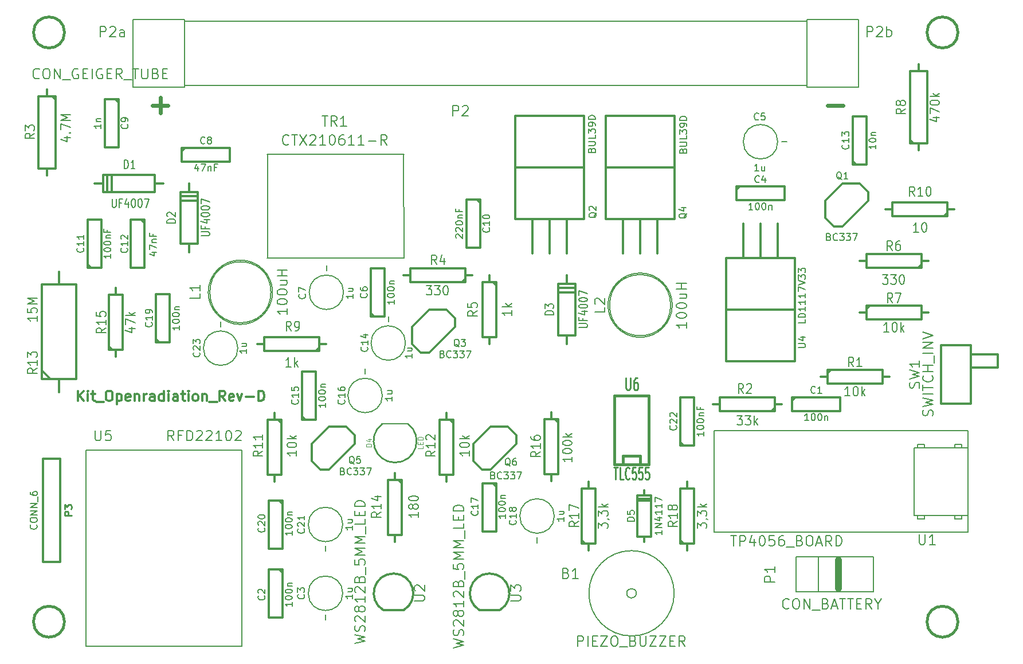
<source format=gto>
G04 (created by PCBNEW (2013-07-07 BZR 4022)-stable) date 27/11/2016 22:58:01*
%MOIN*%
G04 Gerber Fmt 3.4, Leading zero omitted, Abs format*
%FSLAX34Y34*%
G01*
G70*
G90*
G04 APERTURE LIST*
%ADD10C,0.00590551*%
%ADD11C,0.011811*%
%ADD12C,0.012*%
%ADD13C,0.008*%
%ADD14C,0.01*%
%ADD15C,0.015*%
%ADD16C,0.0393701*%
%ADD17C,0.005*%
%ADD18C,0.0035*%
%ADD19C,0.01125*%
%ADD20C,0.023622*%
G04 APERTURE END LIST*
G54D10*
G54D11*
X31791Y-40317D02*
X31791Y-39727D01*
X32128Y-40317D02*
X31875Y-39980D01*
X32128Y-39727D02*
X31791Y-40064D01*
X32381Y-40317D02*
X32381Y-39924D01*
X32381Y-39727D02*
X32353Y-39755D01*
X32381Y-39783D01*
X32410Y-39755D01*
X32381Y-39727D01*
X32381Y-39783D01*
X32578Y-39924D02*
X32803Y-39924D01*
X32663Y-39727D02*
X32663Y-40233D01*
X32691Y-40289D01*
X32747Y-40317D01*
X32803Y-40317D01*
X32859Y-40374D02*
X33309Y-40374D01*
X33562Y-39727D02*
X33675Y-39727D01*
X33731Y-39755D01*
X33787Y-39811D01*
X33816Y-39924D01*
X33816Y-40120D01*
X33787Y-40233D01*
X33731Y-40289D01*
X33675Y-40317D01*
X33562Y-40317D01*
X33506Y-40289D01*
X33450Y-40233D01*
X33422Y-40120D01*
X33422Y-39924D01*
X33450Y-39811D01*
X33506Y-39755D01*
X33562Y-39727D01*
X34069Y-39924D02*
X34069Y-40514D01*
X34069Y-39952D02*
X34125Y-39924D01*
X34237Y-39924D01*
X34294Y-39952D01*
X34322Y-39980D01*
X34350Y-40036D01*
X34350Y-40205D01*
X34322Y-40261D01*
X34294Y-40289D01*
X34237Y-40317D01*
X34125Y-40317D01*
X34069Y-40289D01*
X34828Y-40289D02*
X34772Y-40317D01*
X34659Y-40317D01*
X34603Y-40289D01*
X34575Y-40233D01*
X34575Y-40008D01*
X34603Y-39952D01*
X34659Y-39924D01*
X34772Y-39924D01*
X34828Y-39952D01*
X34856Y-40008D01*
X34856Y-40064D01*
X34575Y-40120D01*
X35109Y-39924D02*
X35109Y-40317D01*
X35109Y-39980D02*
X35137Y-39952D01*
X35194Y-39924D01*
X35278Y-39924D01*
X35334Y-39952D01*
X35362Y-40008D01*
X35362Y-40317D01*
X35643Y-40317D02*
X35643Y-39924D01*
X35643Y-40036D02*
X35672Y-39980D01*
X35700Y-39952D01*
X35756Y-39924D01*
X35812Y-39924D01*
X36262Y-40317D02*
X36262Y-40008D01*
X36234Y-39952D01*
X36178Y-39924D01*
X36065Y-39924D01*
X36009Y-39952D01*
X36262Y-40289D02*
X36206Y-40317D01*
X36065Y-40317D01*
X36009Y-40289D01*
X35981Y-40233D01*
X35981Y-40177D01*
X36009Y-40120D01*
X36065Y-40092D01*
X36206Y-40092D01*
X36262Y-40064D01*
X36796Y-40317D02*
X36796Y-39727D01*
X36796Y-40289D02*
X36740Y-40317D01*
X36628Y-40317D01*
X36571Y-40289D01*
X36543Y-40261D01*
X36515Y-40205D01*
X36515Y-40036D01*
X36543Y-39980D01*
X36571Y-39952D01*
X36628Y-39924D01*
X36740Y-39924D01*
X36796Y-39952D01*
X37078Y-40317D02*
X37078Y-39924D01*
X37078Y-39727D02*
X37050Y-39755D01*
X37078Y-39783D01*
X37106Y-39755D01*
X37078Y-39727D01*
X37078Y-39783D01*
X37612Y-40317D02*
X37612Y-40008D01*
X37584Y-39952D01*
X37528Y-39924D01*
X37415Y-39924D01*
X37359Y-39952D01*
X37612Y-40289D02*
X37556Y-40317D01*
X37415Y-40317D01*
X37359Y-40289D01*
X37331Y-40233D01*
X37331Y-40177D01*
X37359Y-40120D01*
X37415Y-40092D01*
X37556Y-40092D01*
X37612Y-40064D01*
X37809Y-39924D02*
X38034Y-39924D01*
X37893Y-39727D02*
X37893Y-40233D01*
X37921Y-40289D01*
X37978Y-40317D01*
X38034Y-40317D01*
X38231Y-40317D02*
X38231Y-39924D01*
X38231Y-39727D02*
X38203Y-39755D01*
X38231Y-39783D01*
X38259Y-39755D01*
X38231Y-39727D01*
X38231Y-39783D01*
X38596Y-40317D02*
X38540Y-40289D01*
X38512Y-40261D01*
X38484Y-40205D01*
X38484Y-40036D01*
X38512Y-39980D01*
X38540Y-39952D01*
X38596Y-39924D01*
X38681Y-39924D01*
X38737Y-39952D01*
X38765Y-39980D01*
X38793Y-40036D01*
X38793Y-40205D01*
X38765Y-40261D01*
X38737Y-40289D01*
X38681Y-40317D01*
X38596Y-40317D01*
X39046Y-39924D02*
X39046Y-40317D01*
X39046Y-39980D02*
X39074Y-39952D01*
X39131Y-39924D01*
X39215Y-39924D01*
X39271Y-39952D01*
X39299Y-40008D01*
X39299Y-40317D01*
X39440Y-40374D02*
X39890Y-40374D01*
X40368Y-40317D02*
X40171Y-40036D01*
X40030Y-40317D02*
X40030Y-39727D01*
X40255Y-39727D01*
X40312Y-39755D01*
X40340Y-39783D01*
X40368Y-39839D01*
X40368Y-39924D01*
X40340Y-39980D01*
X40312Y-40008D01*
X40255Y-40036D01*
X40030Y-40036D01*
X40846Y-40289D02*
X40790Y-40317D01*
X40677Y-40317D01*
X40621Y-40289D01*
X40593Y-40233D01*
X40593Y-40008D01*
X40621Y-39952D01*
X40677Y-39924D01*
X40790Y-39924D01*
X40846Y-39952D01*
X40874Y-40008D01*
X40874Y-40064D01*
X40593Y-40120D01*
X41071Y-39924D02*
X41212Y-40317D01*
X41352Y-39924D01*
X41577Y-40092D02*
X42027Y-40092D01*
X42308Y-40317D02*
X42308Y-39727D01*
X42449Y-39727D01*
X42533Y-39755D01*
X42589Y-39811D01*
X42618Y-39867D01*
X42646Y-39980D01*
X42646Y-40064D01*
X42618Y-40177D01*
X42589Y-40233D01*
X42533Y-40289D01*
X42449Y-40317D01*
X42308Y-40317D01*
G54D12*
X52250Y-37500D02*
X53750Y-36000D01*
X53750Y-36000D02*
X53750Y-35500D01*
X53750Y-35500D02*
X53250Y-35000D01*
X53250Y-35000D02*
X52250Y-35000D01*
X52250Y-35000D02*
X51250Y-36000D01*
X51250Y-36000D02*
X51250Y-37000D01*
X51250Y-37000D02*
X51750Y-37500D01*
X51750Y-37500D02*
X52250Y-37500D01*
X46400Y-44300D02*
X47900Y-42800D01*
X47900Y-42800D02*
X47900Y-42300D01*
X47900Y-42300D02*
X47400Y-41800D01*
X47400Y-41800D02*
X46400Y-41800D01*
X46400Y-41800D02*
X45400Y-42800D01*
X45400Y-42800D02*
X45400Y-43800D01*
X45400Y-43800D02*
X45900Y-44300D01*
X45900Y-44300D02*
X46400Y-44300D01*
X76267Y-30173D02*
X77767Y-28673D01*
X77767Y-28673D02*
X77767Y-28173D01*
X77767Y-28173D02*
X77267Y-27673D01*
X77267Y-27673D02*
X76267Y-27673D01*
X76267Y-27673D02*
X75267Y-28673D01*
X75267Y-28673D02*
X75267Y-29673D01*
X75267Y-29673D02*
X75767Y-30173D01*
X75767Y-30173D02*
X76267Y-30173D01*
G54D13*
X51000Y-41630D02*
X49500Y-41630D01*
G54D14*
X49499Y-41650D02*
G75*
G03X51000Y-41650I750J-999D01*
G74*
G01*
G54D12*
X46250Y-37000D02*
X45850Y-37000D01*
X45850Y-37000D02*
X45850Y-37400D01*
X45850Y-37400D02*
X42650Y-37400D01*
X42650Y-37400D02*
X42650Y-36600D01*
X42650Y-36600D02*
X45850Y-36600D01*
X45850Y-36600D02*
X45850Y-37000D01*
X45850Y-37200D02*
X45650Y-37400D01*
X42250Y-37000D02*
X42650Y-37000D01*
X55750Y-33000D02*
X55750Y-33400D01*
X55750Y-33400D02*
X56150Y-33400D01*
X56150Y-33400D02*
X56150Y-36600D01*
X56150Y-36600D02*
X55350Y-36600D01*
X55350Y-36600D02*
X55350Y-33400D01*
X55350Y-33400D02*
X55750Y-33400D01*
X55950Y-33400D02*
X56150Y-33600D01*
X55750Y-37000D02*
X55750Y-36600D01*
X54750Y-33000D02*
X54350Y-33000D01*
X54350Y-33000D02*
X54350Y-33400D01*
X54350Y-33400D02*
X51150Y-33400D01*
X51150Y-33400D02*
X51150Y-32600D01*
X51150Y-32600D02*
X54350Y-32600D01*
X54350Y-32600D02*
X54350Y-33000D01*
X54350Y-33200D02*
X54150Y-33400D01*
X50750Y-33000D02*
X51150Y-33000D01*
X82767Y-29173D02*
X82367Y-29173D01*
X82367Y-29173D02*
X82367Y-29573D01*
X82367Y-29573D02*
X79167Y-29573D01*
X79167Y-29573D02*
X79167Y-28773D01*
X79167Y-28773D02*
X82367Y-28773D01*
X82367Y-28773D02*
X82367Y-29173D01*
X82367Y-29373D02*
X82167Y-29573D01*
X78767Y-29173D02*
X79167Y-29173D01*
X34000Y-37750D02*
X34000Y-37350D01*
X34000Y-37350D02*
X33600Y-37350D01*
X33600Y-37350D02*
X33600Y-34150D01*
X33600Y-34150D02*
X34400Y-34150D01*
X34400Y-34150D02*
X34400Y-37350D01*
X34400Y-37350D02*
X34000Y-37350D01*
X33800Y-37350D02*
X33600Y-37150D01*
X34000Y-33750D02*
X34000Y-34150D01*
X30019Y-22204D02*
X30019Y-22604D01*
X30019Y-27204D02*
X30019Y-26804D01*
X30519Y-26804D02*
X29519Y-26804D01*
X29519Y-26804D02*
X29519Y-22604D01*
X29519Y-22604D02*
X30519Y-22604D01*
X30519Y-22604D02*
X30519Y-26804D01*
X30319Y-22604D02*
X30519Y-22804D01*
X50250Y-44500D02*
X50250Y-44900D01*
X50250Y-44900D02*
X50650Y-44900D01*
X50650Y-44900D02*
X50650Y-48100D01*
X50650Y-48100D02*
X49850Y-48100D01*
X49850Y-48100D02*
X49850Y-44900D01*
X49850Y-44900D02*
X50250Y-44900D01*
X50450Y-44900D02*
X50650Y-45100D01*
X50250Y-48500D02*
X50250Y-48100D01*
X72750Y-40500D02*
X72350Y-40500D01*
X72350Y-40500D02*
X72350Y-40900D01*
X72350Y-40900D02*
X69150Y-40900D01*
X69150Y-40900D02*
X69150Y-40100D01*
X69150Y-40100D02*
X72350Y-40100D01*
X72350Y-40100D02*
X72350Y-40500D01*
X72350Y-40700D02*
X72150Y-40900D01*
X68750Y-40500D02*
X69150Y-40500D01*
X75000Y-38900D02*
X75400Y-38900D01*
X75400Y-38900D02*
X75400Y-38500D01*
X75400Y-38500D02*
X78600Y-38500D01*
X78600Y-38500D02*
X78600Y-39300D01*
X78600Y-39300D02*
X75400Y-39300D01*
X75400Y-39300D02*
X75400Y-38900D01*
X75400Y-38700D02*
X75600Y-38500D01*
X79000Y-38900D02*
X78600Y-38900D01*
X53250Y-41000D02*
X53250Y-41400D01*
X53250Y-41400D02*
X53650Y-41400D01*
X53650Y-41400D02*
X53650Y-44600D01*
X53650Y-44600D02*
X52850Y-44600D01*
X52850Y-44600D02*
X52850Y-41400D01*
X52850Y-41400D02*
X53250Y-41400D01*
X53450Y-41400D02*
X53650Y-41600D01*
X53250Y-45000D02*
X53250Y-44600D01*
X43250Y-41000D02*
X43250Y-41400D01*
X43250Y-41400D02*
X43650Y-41400D01*
X43650Y-41400D02*
X43650Y-44600D01*
X43650Y-44600D02*
X42850Y-44600D01*
X42850Y-44600D02*
X42850Y-41400D01*
X42850Y-41400D02*
X43250Y-41400D01*
X43450Y-41400D02*
X43650Y-41600D01*
X43250Y-45000D02*
X43250Y-44600D01*
X81267Y-32173D02*
X80867Y-32173D01*
X80867Y-32173D02*
X80867Y-32573D01*
X80867Y-32573D02*
X77667Y-32573D01*
X77667Y-32573D02*
X77667Y-31773D01*
X77667Y-31773D02*
X80867Y-31773D01*
X80867Y-31773D02*
X80867Y-32173D01*
X80867Y-32373D02*
X80667Y-32573D01*
X77267Y-32173D02*
X77667Y-32173D01*
X77267Y-35173D02*
X77667Y-35173D01*
X77667Y-35173D02*
X77667Y-34773D01*
X77667Y-34773D02*
X80867Y-34773D01*
X80867Y-34773D02*
X80867Y-35573D01*
X80867Y-35573D02*
X77667Y-35573D01*
X77667Y-35573D02*
X77667Y-35173D01*
X77667Y-34973D02*
X77867Y-34773D01*
X81267Y-35173D02*
X80867Y-35173D01*
X66850Y-42900D02*
X66850Y-40100D01*
X66850Y-40100D02*
X67650Y-40100D01*
X67650Y-40100D02*
X67650Y-42900D01*
X67650Y-42900D02*
X66850Y-42900D01*
X67050Y-42900D02*
X66850Y-42700D01*
X64750Y-45500D02*
X64750Y-45800D01*
X64750Y-45800D02*
X64350Y-45800D01*
X64350Y-45800D02*
X64350Y-48200D01*
X64350Y-48200D02*
X64750Y-48200D01*
X64750Y-48200D02*
X64750Y-48500D01*
X64750Y-48200D02*
X65150Y-48200D01*
X65150Y-48200D02*
X65150Y-45800D01*
X65150Y-45800D02*
X64750Y-45800D01*
X64350Y-46000D02*
X65150Y-46000D01*
X65150Y-46100D02*
X64350Y-46100D01*
G54D15*
X63500Y-44000D02*
X63500Y-43500D01*
X63500Y-43500D02*
X64500Y-43500D01*
X64500Y-43500D02*
X64500Y-44000D01*
X63000Y-44000D02*
X63000Y-40000D01*
X63000Y-40000D02*
X65000Y-40000D01*
X65000Y-40000D02*
X65000Y-44000D01*
X65000Y-44000D02*
X63000Y-44000D01*
G54D12*
X59330Y-40992D02*
X59330Y-41392D01*
X59330Y-41392D02*
X59730Y-41392D01*
X59730Y-41392D02*
X59730Y-44592D01*
X59730Y-44592D02*
X58930Y-44592D01*
X58930Y-44592D02*
X58930Y-41392D01*
X58930Y-41392D02*
X59330Y-41392D01*
X59530Y-41392D02*
X59730Y-41592D01*
X59330Y-44992D02*
X59330Y-44592D01*
X61500Y-49000D02*
X61500Y-48600D01*
X61500Y-48600D02*
X61100Y-48600D01*
X61100Y-48600D02*
X61100Y-45400D01*
X61100Y-45400D02*
X61900Y-45400D01*
X61900Y-45400D02*
X61900Y-48600D01*
X61900Y-48600D02*
X61500Y-48600D01*
X61300Y-48600D02*
X61100Y-48400D01*
X61500Y-45000D02*
X61500Y-45400D01*
X67250Y-49000D02*
X67250Y-48600D01*
X67250Y-48600D02*
X66850Y-48600D01*
X66850Y-48600D02*
X66850Y-45400D01*
X66850Y-45400D02*
X67650Y-45400D01*
X67650Y-45400D02*
X67650Y-48600D01*
X67650Y-48600D02*
X67250Y-48600D01*
X67050Y-48600D02*
X66850Y-48400D01*
X67250Y-45000D02*
X67250Y-45400D01*
X43700Y-46100D02*
X43700Y-48900D01*
X43700Y-48900D02*
X42900Y-48900D01*
X42900Y-48900D02*
X42900Y-46100D01*
X42900Y-46100D02*
X43700Y-46100D01*
X43500Y-46100D02*
X43700Y-46300D01*
X43707Y-50096D02*
X43707Y-52896D01*
X43707Y-52896D02*
X42907Y-52896D01*
X42907Y-52896D02*
X42907Y-50096D01*
X42907Y-50096D02*
X43707Y-50096D01*
X43507Y-50096D02*
X43707Y-50296D01*
X70100Y-27850D02*
X72900Y-27850D01*
X72900Y-27850D02*
X72900Y-28650D01*
X72900Y-28650D02*
X70100Y-28650D01*
X70100Y-28650D02*
X70100Y-27850D01*
X70100Y-28050D02*
X70300Y-27850D01*
X76867Y-26573D02*
X76867Y-23773D01*
X76867Y-23773D02*
X77667Y-23773D01*
X77667Y-23773D02*
X77667Y-26573D01*
X77667Y-26573D02*
X76867Y-26573D01*
X77067Y-26573D02*
X76867Y-26373D01*
X34167Y-22773D02*
X34167Y-25573D01*
X34167Y-25573D02*
X33367Y-25573D01*
X33367Y-25573D02*
X33367Y-22773D01*
X33367Y-22773D02*
X34167Y-22773D01*
X33967Y-22773D02*
X34167Y-22973D01*
X37850Y-25600D02*
X40650Y-25600D01*
X40650Y-25600D02*
X40650Y-26400D01*
X40650Y-26400D02*
X37850Y-26400D01*
X37850Y-26400D02*
X37850Y-25600D01*
X37850Y-25800D02*
X38050Y-25600D01*
X36350Y-36900D02*
X36350Y-34100D01*
X36350Y-34100D02*
X37150Y-34100D01*
X37150Y-34100D02*
X37150Y-36900D01*
X37150Y-36900D02*
X36350Y-36900D01*
X36550Y-36900D02*
X36350Y-36700D01*
X73350Y-40100D02*
X76150Y-40100D01*
X76150Y-40100D02*
X76150Y-40900D01*
X76150Y-40900D02*
X73350Y-40900D01*
X73350Y-40900D02*
X73350Y-40100D01*
X73350Y-40300D02*
X73550Y-40100D01*
X35667Y-29773D02*
X35667Y-32573D01*
X35667Y-32573D02*
X34867Y-32573D01*
X34867Y-32573D02*
X34867Y-29773D01*
X34867Y-29773D02*
X35667Y-29773D01*
X35467Y-29773D02*
X35667Y-29973D01*
X44850Y-41400D02*
X44850Y-38600D01*
X44850Y-38600D02*
X45650Y-38600D01*
X45650Y-38600D02*
X45650Y-41400D01*
X45650Y-41400D02*
X44850Y-41400D01*
X45050Y-41400D02*
X44850Y-41200D01*
X56150Y-45100D02*
X56150Y-47900D01*
X56150Y-47900D02*
X55350Y-47900D01*
X55350Y-47900D02*
X55350Y-45100D01*
X55350Y-45100D02*
X56150Y-45100D01*
X55950Y-45100D02*
X56150Y-45300D01*
X48850Y-35400D02*
X48850Y-32600D01*
X48850Y-32600D02*
X49650Y-32600D01*
X49650Y-32600D02*
X49650Y-35400D01*
X49650Y-35400D02*
X48850Y-35400D01*
X49050Y-35400D02*
X48850Y-35200D01*
G54D10*
X50775Y-32000D02*
X50750Y-26000D01*
X42825Y-32000D02*
X42825Y-26000D01*
X42812Y-32019D02*
X50765Y-32019D01*
X50765Y-25980D02*
X42812Y-25980D01*
G54D12*
X59750Y-36500D02*
X59750Y-33500D01*
X59750Y-33500D02*
X60750Y-33500D01*
X60750Y-33500D02*
X60750Y-36500D01*
X60750Y-36500D02*
X59750Y-36500D01*
X59750Y-33750D02*
X60750Y-33750D01*
X60750Y-34000D02*
X59750Y-34000D01*
X60250Y-36500D02*
X60250Y-37000D01*
X60250Y-33500D02*
X60250Y-33000D01*
X37767Y-31173D02*
X37767Y-28173D01*
X37767Y-28173D02*
X38767Y-28173D01*
X38767Y-28173D02*
X38767Y-31173D01*
X38767Y-31173D02*
X37767Y-31173D01*
X37767Y-28423D02*
X38767Y-28423D01*
X38767Y-28673D02*
X37767Y-28673D01*
X38267Y-31173D02*
X38267Y-31673D01*
X38267Y-28173D02*
X38267Y-27673D01*
X36267Y-28173D02*
X33267Y-28173D01*
X33267Y-28173D02*
X33267Y-27173D01*
X33267Y-27173D02*
X36267Y-27173D01*
X36267Y-27173D02*
X36267Y-28173D01*
X33517Y-28173D02*
X33517Y-27173D01*
X33767Y-27173D02*
X33767Y-28173D01*
X36267Y-27673D02*
X36767Y-27673D01*
X33267Y-27673D02*
X32767Y-27673D01*
G54D10*
X43024Y-34000D02*
G75*
G03X43024Y-34000I-1774J0D01*
G74*
G01*
X43120Y-34000D02*
G75*
G03X43120Y-34000I-1870J0D01*
G74*
G01*
X66274Y-34750D02*
G75*
G03X66274Y-34750I-1774J0D01*
G74*
G01*
X66370Y-34750D02*
G75*
G03X66370Y-34750I-1870J0D01*
G74*
G01*
G54D12*
X56338Y-52480D02*
X55157Y-52480D01*
X55156Y-52479D02*
G75*
G02X56339Y-52479I591J983D01*
G74*
G01*
X50748Y-52480D02*
X49566Y-52480D01*
X49566Y-52479D02*
G75*
G02X50748Y-52479I591J983D01*
G74*
G01*
X30767Y-43673D02*
X29767Y-43673D01*
X30767Y-49673D02*
X29767Y-49673D01*
X30783Y-43673D02*
X30783Y-49673D01*
X29767Y-49673D02*
X29767Y-43673D01*
G54D10*
X64278Y-51500D02*
G75*
G03X64278Y-51500I-278J0D01*
G74*
G01*
X66481Y-51500D02*
G75*
G03X66481Y-51500I-2481J0D01*
G74*
G01*
X41322Y-43173D02*
X41322Y-54590D01*
X41322Y-54590D02*
X32267Y-54590D01*
X32267Y-43173D02*
X32267Y-54590D01*
X32267Y-43173D02*
X41322Y-43173D01*
X80629Y-46968D02*
X80629Y-47165D01*
X80629Y-47165D02*
X81023Y-47165D01*
X81023Y-47165D02*
X81023Y-46968D01*
X83188Y-46968D02*
X83188Y-47165D01*
X83188Y-47165D02*
X82795Y-47165D01*
X82795Y-47165D02*
X82795Y-46968D01*
X83188Y-43031D02*
X83188Y-42834D01*
X83188Y-42834D02*
X82795Y-42834D01*
X82795Y-42834D02*
X82795Y-43031D01*
X80629Y-43031D02*
X80629Y-42834D01*
X80629Y-42834D02*
X81023Y-42834D01*
X81023Y-42834D02*
X81023Y-43031D01*
X83582Y-46968D02*
X80433Y-46968D01*
X80433Y-46968D02*
X80433Y-43031D01*
X80433Y-43031D02*
X83582Y-43031D01*
X83582Y-47952D02*
X83582Y-42047D01*
X68818Y-42047D02*
X83582Y-42047D01*
X68818Y-47952D02*
X83582Y-47952D01*
X68818Y-42047D02*
X68818Y-47952D01*
X73582Y-49370D02*
X78070Y-49370D01*
X73582Y-51417D02*
X78070Y-51417D01*
X74881Y-49370D02*
X74881Y-51417D01*
X73582Y-49370D02*
X73582Y-51417D01*
X78070Y-49393D02*
X78070Y-51393D01*
G54D16*
X76043Y-51220D02*
X76043Y-49566D01*
G54D12*
X30700Y-39800D02*
X30700Y-39800D01*
X30700Y-39800D02*
X30700Y-39800D01*
X30700Y-33550D02*
X30700Y-32800D01*
X30700Y-32800D02*
X30700Y-32800D01*
X31700Y-33550D02*
X31700Y-39050D01*
X29700Y-39050D02*
X29700Y-33550D01*
X30200Y-39050D02*
X29700Y-38550D01*
X29700Y-33550D02*
X31700Y-33550D01*
X29700Y-39050D02*
X31700Y-39050D01*
X30700Y-39800D02*
X30700Y-39050D01*
X63500Y-31750D02*
X63500Y-29750D01*
X64500Y-31750D02*
X64500Y-29750D01*
X65500Y-31750D02*
X65500Y-29750D01*
X66500Y-29750D02*
X66500Y-23750D01*
X66500Y-23750D02*
X62500Y-23750D01*
X62500Y-23750D02*
X62500Y-29750D01*
X62500Y-29750D02*
X66500Y-29750D01*
X66000Y-26750D02*
X62500Y-26750D01*
X66000Y-26750D02*
X66500Y-26750D01*
X58250Y-31750D02*
X58250Y-29750D01*
X59250Y-31750D02*
X59250Y-29750D01*
X60250Y-31750D02*
X60250Y-29750D01*
X61250Y-29750D02*
X61250Y-23750D01*
X61250Y-23750D02*
X57250Y-23750D01*
X57250Y-23750D02*
X57250Y-29750D01*
X57250Y-29750D02*
X61250Y-29750D01*
X60750Y-26750D02*
X57250Y-26750D01*
X60750Y-26750D02*
X61250Y-26750D01*
X72500Y-30000D02*
X72500Y-32000D01*
X71500Y-30000D02*
X71500Y-32000D01*
X70500Y-30000D02*
X70500Y-32000D01*
X69500Y-32000D02*
X69500Y-38000D01*
X69500Y-38000D02*
X73500Y-38000D01*
X73500Y-38000D02*
X73500Y-32000D01*
X73500Y-32000D02*
X69500Y-32000D01*
X70000Y-35000D02*
X73500Y-35000D01*
X70000Y-35000D02*
X69500Y-35000D01*
X83740Y-37598D02*
X85314Y-37598D01*
X85314Y-37598D02*
X85314Y-38385D01*
X85314Y-38385D02*
X83740Y-38385D01*
X83740Y-37086D02*
X82007Y-37086D01*
X82007Y-40472D02*
X83740Y-40472D01*
X83740Y-40472D02*
X83740Y-37086D01*
X82007Y-40472D02*
X82007Y-37086D01*
X55799Y-44307D02*
X57299Y-42807D01*
X57299Y-42807D02*
X57299Y-42307D01*
X57299Y-42307D02*
X56799Y-41807D01*
X56799Y-41807D02*
X55799Y-41807D01*
X55799Y-41807D02*
X54799Y-42807D01*
X54799Y-42807D02*
X54799Y-43807D01*
X54799Y-43807D02*
X55299Y-44307D01*
X55299Y-44307D02*
X55799Y-44307D01*
X80700Y-25750D02*
X80700Y-25350D01*
X80700Y-20750D02*
X80700Y-21150D01*
X80200Y-21150D02*
X81200Y-21150D01*
X81200Y-21150D02*
X81200Y-25350D01*
X81200Y-25350D02*
X80200Y-25350D01*
X80200Y-25350D02*
X80200Y-21150D01*
X80400Y-25350D02*
X80200Y-25150D01*
X55200Y-28600D02*
X55200Y-31400D01*
X55200Y-31400D02*
X54400Y-31400D01*
X54400Y-31400D02*
X54400Y-28600D01*
X54400Y-28600D02*
X55200Y-28600D01*
X55000Y-28600D02*
X55200Y-28800D01*
X32367Y-32573D02*
X32367Y-29773D01*
X32367Y-29773D02*
X33167Y-29773D01*
X33167Y-29773D02*
X33167Y-32573D01*
X33167Y-32573D02*
X32367Y-32573D01*
X32567Y-32573D02*
X32367Y-32373D01*
G54D10*
X37989Y-18229D02*
X37989Y-21970D01*
X37989Y-21970D02*
X74210Y-21970D01*
X74210Y-21970D02*
X74210Y-18229D01*
X74210Y-18229D02*
X37989Y-18229D01*
X74210Y-18131D02*
X77210Y-18131D01*
X77202Y-18131D02*
X77202Y-22068D01*
X74210Y-22068D02*
X77210Y-22068D01*
X74210Y-22068D02*
X74210Y-18131D01*
X34989Y-22068D02*
X34989Y-18131D01*
X37989Y-18131D02*
X34989Y-18131D01*
X37989Y-18131D02*
X37989Y-22068D01*
X37989Y-22068D02*
X34989Y-22068D01*
G54D17*
X50851Y-36950D02*
G75*
G03X50851Y-36950I-1001J0D01*
G74*
G01*
X47251Y-34000D02*
G75*
G03X47251Y-34000I-1001J0D01*
G74*
G01*
X41101Y-37250D02*
G75*
G03X41101Y-37250I-1001J0D01*
G74*
G01*
X49505Y-40000D02*
G75*
G03X49505Y-40000I-1001J0D01*
G74*
G01*
X47201Y-47500D02*
G75*
G03X47201Y-47500I-1001J0D01*
G74*
G01*
X47201Y-51500D02*
G75*
G03X47201Y-51500I-1001J0D01*
G74*
G01*
X59505Y-47007D02*
G75*
G03X59505Y-47007I-1001J0D01*
G74*
G01*
X72501Y-25250D02*
G75*
G03X72501Y-25250I-1001J0D01*
G74*
G01*
G54D15*
X82986Y-18897D02*
G75*
G03X82986Y-18897I-900J0D01*
G74*
G01*
X31018Y-18897D02*
G75*
G03X31018Y-18897I-900J0D01*
G74*
G01*
X82986Y-53149D02*
G75*
G03X82986Y-53149I-900J0D01*
G74*
G01*
X31018Y-53149D02*
G75*
G03X31018Y-53149I-900J0D01*
G74*
G01*
G54D13*
X53977Y-37168D02*
X53939Y-37149D01*
X53901Y-37111D01*
X53844Y-37054D01*
X53806Y-37035D01*
X53768Y-37035D01*
X53787Y-37130D02*
X53749Y-37111D01*
X53710Y-37073D01*
X53691Y-36997D01*
X53691Y-36863D01*
X53710Y-36787D01*
X53749Y-36749D01*
X53787Y-36730D01*
X53863Y-36730D01*
X53901Y-36749D01*
X53939Y-36787D01*
X53958Y-36863D01*
X53958Y-36997D01*
X53939Y-37073D01*
X53901Y-37111D01*
X53863Y-37130D01*
X53787Y-37130D01*
X54091Y-36730D02*
X54339Y-36730D01*
X54206Y-36882D01*
X54263Y-36882D01*
X54301Y-36901D01*
X54320Y-36920D01*
X54339Y-36958D01*
X54339Y-37054D01*
X54320Y-37092D01*
X54301Y-37111D01*
X54263Y-37130D01*
X54149Y-37130D01*
X54110Y-37111D01*
X54091Y-37092D01*
X52997Y-37590D02*
X53054Y-37609D01*
X53073Y-37628D01*
X53092Y-37666D01*
X53092Y-37723D01*
X53073Y-37761D01*
X53054Y-37780D01*
X53016Y-37799D01*
X52863Y-37799D01*
X52863Y-37399D01*
X52997Y-37399D01*
X53035Y-37418D01*
X53054Y-37437D01*
X53073Y-37475D01*
X53073Y-37513D01*
X53054Y-37552D01*
X53035Y-37571D01*
X52997Y-37590D01*
X52863Y-37590D01*
X53492Y-37761D02*
X53473Y-37780D01*
X53416Y-37799D01*
X53378Y-37799D01*
X53321Y-37780D01*
X53283Y-37742D01*
X53263Y-37704D01*
X53244Y-37628D01*
X53244Y-37571D01*
X53263Y-37494D01*
X53283Y-37456D01*
X53321Y-37418D01*
X53378Y-37399D01*
X53416Y-37399D01*
X53473Y-37418D01*
X53492Y-37437D01*
X53625Y-37399D02*
X53873Y-37399D01*
X53740Y-37552D01*
X53797Y-37552D01*
X53835Y-37571D01*
X53854Y-37590D01*
X53873Y-37628D01*
X53873Y-37723D01*
X53854Y-37761D01*
X53835Y-37780D01*
X53797Y-37799D01*
X53683Y-37799D01*
X53644Y-37780D01*
X53625Y-37761D01*
X54006Y-37399D02*
X54254Y-37399D01*
X54121Y-37552D01*
X54178Y-37552D01*
X54216Y-37571D01*
X54235Y-37590D01*
X54254Y-37628D01*
X54254Y-37723D01*
X54235Y-37761D01*
X54216Y-37780D01*
X54178Y-37799D01*
X54063Y-37799D01*
X54025Y-37780D01*
X54006Y-37761D01*
X54387Y-37399D02*
X54654Y-37399D01*
X54483Y-37799D01*
X47875Y-43979D02*
X47837Y-43960D01*
X47799Y-43922D01*
X47741Y-43865D01*
X47703Y-43846D01*
X47665Y-43846D01*
X47684Y-43941D02*
X47646Y-43922D01*
X47608Y-43884D01*
X47589Y-43808D01*
X47589Y-43674D01*
X47608Y-43598D01*
X47646Y-43560D01*
X47684Y-43541D01*
X47761Y-43541D01*
X47799Y-43560D01*
X47837Y-43598D01*
X47856Y-43674D01*
X47856Y-43808D01*
X47837Y-43884D01*
X47799Y-43922D01*
X47761Y-43941D01*
X47684Y-43941D01*
X48218Y-43541D02*
X48027Y-43541D01*
X48008Y-43731D01*
X48027Y-43712D01*
X48065Y-43693D01*
X48161Y-43693D01*
X48199Y-43712D01*
X48218Y-43731D01*
X48237Y-43770D01*
X48237Y-43865D01*
X48218Y-43903D01*
X48199Y-43922D01*
X48161Y-43941D01*
X48065Y-43941D01*
X48027Y-43922D01*
X48008Y-43903D01*
X47209Y-44401D02*
X47267Y-44420D01*
X47286Y-44439D01*
X47305Y-44477D01*
X47305Y-44534D01*
X47286Y-44572D01*
X47267Y-44591D01*
X47228Y-44610D01*
X47076Y-44610D01*
X47076Y-44210D01*
X47209Y-44210D01*
X47247Y-44229D01*
X47267Y-44248D01*
X47286Y-44286D01*
X47286Y-44325D01*
X47267Y-44363D01*
X47247Y-44382D01*
X47209Y-44401D01*
X47076Y-44401D01*
X47705Y-44572D02*
X47686Y-44591D01*
X47628Y-44610D01*
X47590Y-44610D01*
X47533Y-44591D01*
X47495Y-44553D01*
X47476Y-44515D01*
X47457Y-44439D01*
X47457Y-44382D01*
X47476Y-44305D01*
X47495Y-44267D01*
X47533Y-44229D01*
X47590Y-44210D01*
X47628Y-44210D01*
X47686Y-44229D01*
X47705Y-44248D01*
X47838Y-44210D02*
X48086Y-44210D01*
X47952Y-44363D01*
X48009Y-44363D01*
X48047Y-44382D01*
X48067Y-44401D01*
X48086Y-44439D01*
X48086Y-44534D01*
X48067Y-44572D01*
X48047Y-44591D01*
X48009Y-44610D01*
X47895Y-44610D01*
X47857Y-44591D01*
X47838Y-44572D01*
X48219Y-44210D02*
X48467Y-44210D01*
X48333Y-44363D01*
X48390Y-44363D01*
X48428Y-44382D01*
X48447Y-44401D01*
X48467Y-44439D01*
X48467Y-44534D01*
X48447Y-44572D01*
X48428Y-44591D01*
X48390Y-44610D01*
X48276Y-44610D01*
X48238Y-44591D01*
X48219Y-44572D01*
X48600Y-44210D02*
X48867Y-44210D01*
X48695Y-44610D01*
X76221Y-27444D02*
X76183Y-27425D01*
X76145Y-27386D01*
X76088Y-27329D01*
X76050Y-27310D01*
X76012Y-27310D01*
X76031Y-27405D02*
X75993Y-27386D01*
X75955Y-27348D01*
X75936Y-27272D01*
X75936Y-27139D01*
X75955Y-27063D01*
X75993Y-27025D01*
X76031Y-27005D01*
X76107Y-27005D01*
X76145Y-27025D01*
X76183Y-27063D01*
X76202Y-27139D01*
X76202Y-27272D01*
X76183Y-27348D01*
X76145Y-27386D01*
X76107Y-27405D01*
X76031Y-27405D01*
X76583Y-27405D02*
X76355Y-27405D01*
X76469Y-27405D02*
X76469Y-27005D01*
X76431Y-27063D01*
X76393Y-27101D01*
X76355Y-27120D01*
X75477Y-30779D02*
X75534Y-30798D01*
X75553Y-30817D01*
X75572Y-30855D01*
X75572Y-30912D01*
X75553Y-30950D01*
X75534Y-30969D01*
X75496Y-30988D01*
X75344Y-30988D01*
X75344Y-30588D01*
X75477Y-30588D01*
X75515Y-30607D01*
X75534Y-30626D01*
X75553Y-30664D01*
X75553Y-30702D01*
X75534Y-30741D01*
X75515Y-30760D01*
X75477Y-30779D01*
X75344Y-30779D01*
X75972Y-30950D02*
X75953Y-30969D01*
X75896Y-30988D01*
X75858Y-30988D01*
X75801Y-30969D01*
X75763Y-30931D01*
X75744Y-30893D01*
X75725Y-30817D01*
X75725Y-30760D01*
X75744Y-30683D01*
X75763Y-30645D01*
X75801Y-30607D01*
X75858Y-30588D01*
X75896Y-30588D01*
X75953Y-30607D01*
X75972Y-30626D01*
X76106Y-30588D02*
X76353Y-30588D01*
X76220Y-30741D01*
X76277Y-30741D01*
X76315Y-30760D01*
X76334Y-30779D01*
X76353Y-30817D01*
X76353Y-30912D01*
X76334Y-30950D01*
X76315Y-30969D01*
X76277Y-30988D01*
X76163Y-30988D01*
X76125Y-30969D01*
X76106Y-30950D01*
X76487Y-30588D02*
X76734Y-30588D01*
X76601Y-30741D01*
X76658Y-30741D01*
X76696Y-30760D01*
X76715Y-30779D01*
X76734Y-30817D01*
X76734Y-30912D01*
X76715Y-30950D01*
X76696Y-30969D01*
X76658Y-30988D01*
X76544Y-30988D01*
X76506Y-30969D01*
X76487Y-30950D01*
X76868Y-30588D02*
X77134Y-30588D01*
X76963Y-30988D01*
G54D18*
X48871Y-42971D02*
X48571Y-42971D01*
X48571Y-42900D01*
X48585Y-42857D01*
X48614Y-42828D01*
X48642Y-42814D01*
X48700Y-42800D01*
X48742Y-42800D01*
X48800Y-42814D01*
X48828Y-42828D01*
X48857Y-42857D01*
X48871Y-42900D01*
X48871Y-42971D01*
X48671Y-42542D02*
X48871Y-42542D01*
X48557Y-42614D02*
X48771Y-42685D01*
X48771Y-42500D01*
X51871Y-42942D02*
X51871Y-43085D01*
X51571Y-43085D01*
X51714Y-42842D02*
X51714Y-42742D01*
X51871Y-42700D02*
X51871Y-42842D01*
X51571Y-42842D01*
X51571Y-42700D01*
X51871Y-42571D02*
X51571Y-42571D01*
X51571Y-42500D01*
X51585Y-42457D01*
X51614Y-42428D01*
X51642Y-42414D01*
X51700Y-42400D01*
X51742Y-42400D01*
X51800Y-42414D01*
X51828Y-42428D01*
X51857Y-42457D01*
X51871Y-42500D01*
X51871Y-42571D01*
G54D13*
X44208Y-36246D02*
X44041Y-35984D01*
X43922Y-36246D02*
X43922Y-35696D01*
X44112Y-35696D01*
X44160Y-35722D01*
X44184Y-35748D01*
X44208Y-35801D01*
X44208Y-35879D01*
X44184Y-35931D01*
X44160Y-35958D01*
X44112Y-35984D01*
X43922Y-35984D01*
X44446Y-36246D02*
X44541Y-36246D01*
X44588Y-36220D01*
X44612Y-36193D01*
X44660Y-36115D01*
X44684Y-36010D01*
X44684Y-35801D01*
X44660Y-35748D01*
X44636Y-35722D01*
X44588Y-35696D01*
X44493Y-35696D01*
X44446Y-35722D01*
X44422Y-35748D01*
X44398Y-35801D01*
X44398Y-35931D01*
X44422Y-35984D01*
X44446Y-36010D01*
X44493Y-36036D01*
X44588Y-36036D01*
X44636Y-36010D01*
X44660Y-35984D01*
X44684Y-35931D01*
X44192Y-38332D02*
X43906Y-38332D01*
X44049Y-38332D02*
X44049Y-37782D01*
X44001Y-37861D01*
X43954Y-37913D01*
X43906Y-37939D01*
X44406Y-38332D02*
X44406Y-37782D01*
X44454Y-38123D02*
X44597Y-38332D01*
X44597Y-37966D02*
X44406Y-38175D01*
X55025Y-35083D02*
X54763Y-35250D01*
X55025Y-35369D02*
X54475Y-35369D01*
X54475Y-35178D01*
X54501Y-35130D01*
X54528Y-35107D01*
X54580Y-35083D01*
X54659Y-35083D01*
X54711Y-35107D01*
X54737Y-35130D01*
X54763Y-35178D01*
X54763Y-35369D01*
X54475Y-34630D02*
X54475Y-34869D01*
X54737Y-34892D01*
X54711Y-34869D01*
X54685Y-34821D01*
X54685Y-34702D01*
X54711Y-34654D01*
X54737Y-34630D01*
X54790Y-34607D01*
X54921Y-34607D01*
X54973Y-34630D01*
X54999Y-34654D01*
X55025Y-34702D01*
X55025Y-34821D01*
X54999Y-34869D01*
X54973Y-34892D01*
X57033Y-35059D02*
X57033Y-35345D01*
X57033Y-35202D02*
X56483Y-35202D01*
X56562Y-35249D01*
X56614Y-35297D01*
X56640Y-35345D01*
X57033Y-34845D02*
X56483Y-34845D01*
X56824Y-34797D02*
X57033Y-34654D01*
X56666Y-34654D02*
X56876Y-34845D01*
X52672Y-32387D02*
X52505Y-32126D01*
X52386Y-32387D02*
X52386Y-31837D01*
X52577Y-31837D01*
X52624Y-31864D01*
X52648Y-31890D01*
X52672Y-31942D01*
X52672Y-32021D01*
X52648Y-32073D01*
X52624Y-32099D01*
X52577Y-32126D01*
X52386Y-32126D01*
X53101Y-32021D02*
X53101Y-32387D01*
X52982Y-31811D02*
X52863Y-32204D01*
X53172Y-32204D01*
X52073Y-33609D02*
X52383Y-33609D01*
X52216Y-33819D01*
X52287Y-33819D01*
X52335Y-33845D01*
X52359Y-33871D01*
X52383Y-33923D01*
X52383Y-34054D01*
X52359Y-34107D01*
X52335Y-34133D01*
X52287Y-34159D01*
X52145Y-34159D01*
X52097Y-34133D01*
X52073Y-34107D01*
X52549Y-33609D02*
X52859Y-33609D01*
X52692Y-33819D01*
X52764Y-33819D01*
X52811Y-33845D01*
X52835Y-33871D01*
X52859Y-33923D01*
X52859Y-34054D01*
X52835Y-34107D01*
X52811Y-34133D01*
X52764Y-34159D01*
X52621Y-34159D01*
X52573Y-34133D01*
X52549Y-34107D01*
X53168Y-33609D02*
X53216Y-33609D01*
X53264Y-33635D01*
X53287Y-33662D01*
X53311Y-33714D01*
X53335Y-33819D01*
X53335Y-33950D01*
X53311Y-34054D01*
X53287Y-34107D01*
X53264Y-34133D01*
X53216Y-34159D01*
X53168Y-34159D01*
X53121Y-34133D01*
X53097Y-34107D01*
X53073Y-34054D01*
X53049Y-33950D01*
X53049Y-33819D01*
X53073Y-33714D01*
X53097Y-33662D01*
X53121Y-33635D01*
X53168Y-33609D01*
X80465Y-28411D02*
X80299Y-28149D01*
X80180Y-28411D02*
X80180Y-27861D01*
X80370Y-27861D01*
X80418Y-27887D01*
X80442Y-27913D01*
X80465Y-27966D01*
X80465Y-28044D01*
X80442Y-28097D01*
X80418Y-28123D01*
X80370Y-28149D01*
X80180Y-28149D01*
X80942Y-28411D02*
X80656Y-28411D01*
X80799Y-28411D02*
X80799Y-27861D01*
X80751Y-27940D01*
X80704Y-27992D01*
X80656Y-28018D01*
X81251Y-27861D02*
X81299Y-27861D01*
X81346Y-27887D01*
X81370Y-27913D01*
X81394Y-27966D01*
X81418Y-28071D01*
X81418Y-28202D01*
X81394Y-28306D01*
X81370Y-28359D01*
X81346Y-28385D01*
X81299Y-28411D01*
X81251Y-28411D01*
X81204Y-28385D01*
X81180Y-28359D01*
X81156Y-28306D01*
X81132Y-28202D01*
X81132Y-28071D01*
X81156Y-27966D01*
X81180Y-27913D01*
X81204Y-27887D01*
X81251Y-27861D01*
X80692Y-30498D02*
X80406Y-30498D01*
X80549Y-30498D02*
X80549Y-29948D01*
X80501Y-30026D01*
X80454Y-30079D01*
X80406Y-30105D01*
X81001Y-29948D02*
X81049Y-29948D01*
X81096Y-29974D01*
X81120Y-30000D01*
X81144Y-30052D01*
X81168Y-30157D01*
X81168Y-30288D01*
X81144Y-30393D01*
X81120Y-30445D01*
X81096Y-30472D01*
X81049Y-30498D01*
X81001Y-30498D01*
X80954Y-30472D01*
X80930Y-30445D01*
X80906Y-30393D01*
X80882Y-30288D01*
X80882Y-30157D01*
X80906Y-30052D01*
X80930Y-30000D01*
X80954Y-29974D01*
X81001Y-29948D01*
X33422Y-36071D02*
X33160Y-36238D01*
X33422Y-36357D02*
X32872Y-36357D01*
X32872Y-36166D01*
X32898Y-36119D01*
X32925Y-36095D01*
X32977Y-36071D01*
X33055Y-36071D01*
X33108Y-36095D01*
X33134Y-36119D01*
X33160Y-36166D01*
X33160Y-36357D01*
X33422Y-35595D02*
X33422Y-35880D01*
X33422Y-35738D02*
X32872Y-35738D01*
X32951Y-35785D01*
X33003Y-35833D01*
X33029Y-35880D01*
X32872Y-35142D02*
X32872Y-35380D01*
X33134Y-35404D01*
X33108Y-35380D01*
X33082Y-35333D01*
X33082Y-35214D01*
X33108Y-35166D01*
X33134Y-35142D01*
X33186Y-35119D01*
X33317Y-35119D01*
X33370Y-35142D01*
X33396Y-35166D01*
X33422Y-35214D01*
X33422Y-35333D01*
X33396Y-35380D01*
X33370Y-35404D01*
X34755Y-36095D02*
X35122Y-36095D01*
X34546Y-36214D02*
X34939Y-36333D01*
X34939Y-36023D01*
X34572Y-35880D02*
X34572Y-35547D01*
X35122Y-35761D01*
X35122Y-35357D02*
X34572Y-35357D01*
X34913Y-35309D02*
X35122Y-35166D01*
X34755Y-35166D02*
X34965Y-35357D01*
X29277Y-24768D02*
X29015Y-24935D01*
X29277Y-25054D02*
X28727Y-25054D01*
X28727Y-24863D01*
X28753Y-24815D01*
X28780Y-24792D01*
X28832Y-24768D01*
X28911Y-24768D01*
X28963Y-24792D01*
X28989Y-24815D01*
X29015Y-24863D01*
X29015Y-25054D01*
X28727Y-24601D02*
X28727Y-24292D01*
X28937Y-24458D01*
X28937Y-24387D01*
X28963Y-24339D01*
X28989Y-24315D01*
X29042Y-24292D01*
X29172Y-24292D01*
X29225Y-24315D01*
X29251Y-24339D01*
X29277Y-24387D01*
X29277Y-24530D01*
X29251Y-24577D01*
X29225Y-24601D01*
X30997Y-24996D02*
X31364Y-24996D01*
X30788Y-25115D02*
X31181Y-25234D01*
X31181Y-24925D01*
X31311Y-24734D02*
X31338Y-24710D01*
X31364Y-24734D01*
X31338Y-24758D01*
X31311Y-24734D01*
X31364Y-24734D01*
X30814Y-24544D02*
X30814Y-24210D01*
X31364Y-24425D01*
X31364Y-24020D02*
X30814Y-24020D01*
X31207Y-23853D01*
X30814Y-23686D01*
X31364Y-23686D01*
X49435Y-46778D02*
X49173Y-46944D01*
X49435Y-47063D02*
X48885Y-47063D01*
X48885Y-46873D01*
X48911Y-46825D01*
X48937Y-46801D01*
X48989Y-46778D01*
X49068Y-46778D01*
X49120Y-46801D01*
X49147Y-46825D01*
X49173Y-46873D01*
X49173Y-47063D01*
X49435Y-46301D02*
X49435Y-46587D01*
X49435Y-46444D02*
X48885Y-46444D01*
X48963Y-46492D01*
X49016Y-46540D01*
X49042Y-46587D01*
X49068Y-45873D02*
X49435Y-45873D01*
X48859Y-45992D02*
X49251Y-46111D01*
X49251Y-45801D01*
X51600Y-46790D02*
X51600Y-47075D01*
X51600Y-46932D02*
X51050Y-46932D01*
X51129Y-46980D01*
X51181Y-47028D01*
X51207Y-47075D01*
X51286Y-46504D02*
X51260Y-46551D01*
X51233Y-46575D01*
X51181Y-46599D01*
X51155Y-46599D01*
X51102Y-46575D01*
X51076Y-46551D01*
X51050Y-46504D01*
X51050Y-46409D01*
X51076Y-46361D01*
X51102Y-46337D01*
X51155Y-46313D01*
X51181Y-46313D01*
X51233Y-46337D01*
X51260Y-46361D01*
X51286Y-46409D01*
X51286Y-46504D01*
X51312Y-46551D01*
X51338Y-46575D01*
X51391Y-46599D01*
X51495Y-46599D01*
X51548Y-46575D01*
X51574Y-46551D01*
X51600Y-46504D01*
X51600Y-46409D01*
X51574Y-46361D01*
X51548Y-46337D01*
X51495Y-46313D01*
X51391Y-46313D01*
X51338Y-46337D01*
X51312Y-46361D01*
X51286Y-46409D01*
X51050Y-46004D02*
X51050Y-45956D01*
X51076Y-45909D01*
X51102Y-45885D01*
X51155Y-45861D01*
X51260Y-45837D01*
X51391Y-45837D01*
X51495Y-45861D01*
X51548Y-45885D01*
X51574Y-45909D01*
X51600Y-45956D01*
X51600Y-46004D01*
X51574Y-46051D01*
X51548Y-46075D01*
X51495Y-46099D01*
X51391Y-46123D01*
X51260Y-46123D01*
X51155Y-46099D01*
X51102Y-46075D01*
X51076Y-46051D01*
X51050Y-46004D01*
X70507Y-39868D02*
X70340Y-39606D01*
X70221Y-39868D02*
X70221Y-39318D01*
X70411Y-39318D01*
X70459Y-39344D01*
X70483Y-39370D01*
X70507Y-39423D01*
X70507Y-39501D01*
X70483Y-39554D01*
X70459Y-39580D01*
X70411Y-39606D01*
X70221Y-39606D01*
X70697Y-39370D02*
X70721Y-39344D01*
X70769Y-39318D01*
X70888Y-39318D01*
X70935Y-39344D01*
X70959Y-39370D01*
X70983Y-39423D01*
X70983Y-39475D01*
X70959Y-39554D01*
X70673Y-39868D01*
X70983Y-39868D01*
X70140Y-41168D02*
X70450Y-41168D01*
X70283Y-41378D01*
X70355Y-41378D01*
X70402Y-41404D01*
X70426Y-41430D01*
X70450Y-41482D01*
X70450Y-41613D01*
X70426Y-41666D01*
X70402Y-41692D01*
X70355Y-41718D01*
X70212Y-41718D01*
X70164Y-41692D01*
X70140Y-41666D01*
X70617Y-41168D02*
X70926Y-41168D01*
X70759Y-41378D01*
X70831Y-41378D01*
X70878Y-41404D01*
X70902Y-41430D01*
X70926Y-41482D01*
X70926Y-41613D01*
X70902Y-41666D01*
X70878Y-41692D01*
X70831Y-41718D01*
X70688Y-41718D01*
X70640Y-41692D01*
X70617Y-41666D01*
X71140Y-41718D02*
X71140Y-41168D01*
X71188Y-41509D02*
X71331Y-41718D01*
X71331Y-41352D02*
X71140Y-41561D01*
X76916Y-38322D02*
X76750Y-38060D01*
X76630Y-38322D02*
X76630Y-37772D01*
X76821Y-37772D01*
X76869Y-37798D01*
X76892Y-37825D01*
X76916Y-37877D01*
X76916Y-37955D01*
X76892Y-38008D01*
X76869Y-38034D01*
X76821Y-38060D01*
X76630Y-38060D01*
X77392Y-38322D02*
X77107Y-38322D01*
X77250Y-38322D02*
X77250Y-37772D01*
X77202Y-37851D01*
X77154Y-37903D01*
X77107Y-37929D01*
X76702Y-40022D02*
X76416Y-40022D01*
X76559Y-40022D02*
X76559Y-39472D01*
X76511Y-39551D01*
X76464Y-39603D01*
X76416Y-39629D01*
X77011Y-39472D02*
X77059Y-39472D01*
X77107Y-39498D01*
X77130Y-39525D01*
X77154Y-39577D01*
X77178Y-39682D01*
X77178Y-39813D01*
X77154Y-39917D01*
X77130Y-39970D01*
X77107Y-39996D01*
X77059Y-40022D01*
X77011Y-40022D01*
X76964Y-39996D01*
X76940Y-39970D01*
X76916Y-39917D01*
X76892Y-39813D01*
X76892Y-39682D01*
X76916Y-39577D01*
X76940Y-39525D01*
X76964Y-39498D01*
X77011Y-39472D01*
X77392Y-40022D02*
X77392Y-39472D01*
X77440Y-39813D02*
X77583Y-40022D01*
X77583Y-39655D02*
X77392Y-39865D01*
X52584Y-43234D02*
X52322Y-43401D01*
X52584Y-43520D02*
X52034Y-43520D01*
X52034Y-43330D01*
X52061Y-43282D01*
X52087Y-43258D01*
X52139Y-43234D01*
X52218Y-43234D01*
X52270Y-43258D01*
X52296Y-43282D01*
X52322Y-43330D01*
X52322Y-43520D01*
X52584Y-42758D02*
X52584Y-43044D01*
X52584Y-42901D02*
X52034Y-42901D01*
X52113Y-42949D01*
X52165Y-42996D01*
X52191Y-43044D01*
X52087Y-42568D02*
X52061Y-42544D01*
X52034Y-42496D01*
X52034Y-42377D01*
X52061Y-42330D01*
X52087Y-42306D01*
X52139Y-42282D01*
X52191Y-42282D01*
X52270Y-42306D01*
X52584Y-42591D01*
X52584Y-42282D01*
X54553Y-43211D02*
X54553Y-43496D01*
X54553Y-43353D02*
X54003Y-43353D01*
X54081Y-43401D01*
X54134Y-43449D01*
X54160Y-43496D01*
X54003Y-42901D02*
X54003Y-42853D01*
X54029Y-42806D01*
X54055Y-42782D01*
X54108Y-42758D01*
X54212Y-42734D01*
X54343Y-42734D01*
X54448Y-42758D01*
X54500Y-42782D01*
X54527Y-42806D01*
X54553Y-42853D01*
X54553Y-42901D01*
X54527Y-42949D01*
X54500Y-42972D01*
X54448Y-42996D01*
X54343Y-43020D01*
X54212Y-43020D01*
X54108Y-42996D01*
X54055Y-42972D01*
X54029Y-42949D01*
X54003Y-42901D01*
X54553Y-42520D02*
X54003Y-42520D01*
X54343Y-42472D02*
X54553Y-42330D01*
X54186Y-42330D02*
X54396Y-42520D01*
X42545Y-43234D02*
X42283Y-43401D01*
X42545Y-43520D02*
X41995Y-43520D01*
X41995Y-43330D01*
X42021Y-43282D01*
X42047Y-43258D01*
X42100Y-43234D01*
X42178Y-43234D01*
X42231Y-43258D01*
X42257Y-43282D01*
X42283Y-43330D01*
X42283Y-43520D01*
X42545Y-42758D02*
X42545Y-43044D01*
X42545Y-42901D02*
X41995Y-42901D01*
X42074Y-42949D01*
X42126Y-42996D01*
X42152Y-43044D01*
X42545Y-42282D02*
X42545Y-42568D01*
X42545Y-42425D02*
X41995Y-42425D01*
X42074Y-42472D01*
X42126Y-42520D01*
X42152Y-42568D01*
X44513Y-43211D02*
X44513Y-43496D01*
X44513Y-43353D02*
X43963Y-43353D01*
X44042Y-43401D01*
X44094Y-43449D01*
X44121Y-43496D01*
X43963Y-42901D02*
X43963Y-42853D01*
X43990Y-42806D01*
X44016Y-42782D01*
X44068Y-42758D01*
X44173Y-42734D01*
X44304Y-42734D01*
X44409Y-42758D01*
X44461Y-42782D01*
X44487Y-42806D01*
X44513Y-42853D01*
X44513Y-42901D01*
X44487Y-42949D01*
X44461Y-42972D01*
X44409Y-42996D01*
X44304Y-43020D01*
X44173Y-43020D01*
X44068Y-42996D01*
X44016Y-42972D01*
X43990Y-42949D01*
X43963Y-42901D01*
X44513Y-42520D02*
X43963Y-42520D01*
X44304Y-42472D02*
X44513Y-42330D01*
X44147Y-42330D02*
X44356Y-42520D01*
X79168Y-31561D02*
X79001Y-31299D01*
X78882Y-31561D02*
X78882Y-31011D01*
X79073Y-31011D01*
X79121Y-31037D01*
X79144Y-31063D01*
X79168Y-31115D01*
X79168Y-31194D01*
X79144Y-31246D01*
X79121Y-31273D01*
X79073Y-31299D01*
X78882Y-31299D01*
X79597Y-31011D02*
X79501Y-31011D01*
X79454Y-31037D01*
X79430Y-31063D01*
X79382Y-31142D01*
X79359Y-31246D01*
X79359Y-31456D01*
X79382Y-31508D01*
X79406Y-31535D01*
X79454Y-31561D01*
X79549Y-31561D01*
X79597Y-31535D01*
X79621Y-31508D01*
X79644Y-31456D01*
X79644Y-31325D01*
X79621Y-31273D01*
X79597Y-31246D01*
X79549Y-31220D01*
X79454Y-31220D01*
X79406Y-31246D01*
X79382Y-31273D01*
X79359Y-31325D01*
X78609Y-32979D02*
X78918Y-32979D01*
X78751Y-33189D01*
X78823Y-33189D01*
X78871Y-33215D01*
X78894Y-33241D01*
X78918Y-33293D01*
X78918Y-33424D01*
X78894Y-33477D01*
X78871Y-33503D01*
X78823Y-33529D01*
X78680Y-33529D01*
X78632Y-33503D01*
X78609Y-33477D01*
X79085Y-32979D02*
X79394Y-32979D01*
X79228Y-33189D01*
X79299Y-33189D01*
X79347Y-33215D01*
X79371Y-33241D01*
X79394Y-33293D01*
X79394Y-33424D01*
X79371Y-33477D01*
X79347Y-33503D01*
X79299Y-33529D01*
X79156Y-33529D01*
X79109Y-33503D01*
X79085Y-33477D01*
X79704Y-32979D02*
X79751Y-32979D01*
X79799Y-33005D01*
X79823Y-33032D01*
X79847Y-33084D01*
X79871Y-33189D01*
X79871Y-33320D01*
X79847Y-33424D01*
X79823Y-33477D01*
X79799Y-33503D01*
X79751Y-33529D01*
X79704Y-33529D01*
X79656Y-33503D01*
X79632Y-33477D01*
X79609Y-33424D01*
X79585Y-33320D01*
X79585Y-33189D01*
X79609Y-33084D01*
X79632Y-33032D01*
X79656Y-33005D01*
X79704Y-32979D01*
X79184Y-34595D02*
X79017Y-34333D01*
X78898Y-34595D02*
X78898Y-34045D01*
X79089Y-34045D01*
X79136Y-34072D01*
X79160Y-34098D01*
X79184Y-34150D01*
X79184Y-34229D01*
X79160Y-34281D01*
X79136Y-34307D01*
X79089Y-34333D01*
X78898Y-34333D01*
X79351Y-34045D02*
X79684Y-34045D01*
X79470Y-34595D01*
X78970Y-36295D02*
X78684Y-36295D01*
X78827Y-36295D02*
X78827Y-35745D01*
X78779Y-35824D01*
X78732Y-35876D01*
X78684Y-35902D01*
X79279Y-35745D02*
X79327Y-35745D01*
X79374Y-35772D01*
X79398Y-35798D01*
X79422Y-35850D01*
X79446Y-35955D01*
X79446Y-36086D01*
X79422Y-36191D01*
X79398Y-36243D01*
X79374Y-36269D01*
X79327Y-36295D01*
X79279Y-36295D01*
X79232Y-36269D01*
X79208Y-36243D01*
X79184Y-36191D01*
X79160Y-36086D01*
X79160Y-35955D01*
X79184Y-35850D01*
X79208Y-35798D01*
X79232Y-35772D01*
X79279Y-35745D01*
X79660Y-36295D02*
X79660Y-35745D01*
X79708Y-36086D02*
X79851Y-36295D01*
X79851Y-35929D02*
X79660Y-36138D01*
X66586Y-41757D02*
X66605Y-41776D01*
X66624Y-41833D01*
X66624Y-41871D01*
X66605Y-41928D01*
X66567Y-41966D01*
X66529Y-41985D01*
X66453Y-42004D01*
X66395Y-42004D01*
X66319Y-41985D01*
X66281Y-41966D01*
X66243Y-41928D01*
X66224Y-41871D01*
X66224Y-41833D01*
X66243Y-41776D01*
X66262Y-41757D01*
X66262Y-41604D02*
X66243Y-41585D01*
X66224Y-41547D01*
X66224Y-41452D01*
X66243Y-41414D01*
X66262Y-41395D01*
X66300Y-41376D01*
X66338Y-41376D01*
X66395Y-41395D01*
X66624Y-41623D01*
X66624Y-41376D01*
X66262Y-41223D02*
X66243Y-41204D01*
X66224Y-41166D01*
X66224Y-41071D01*
X66243Y-41033D01*
X66262Y-41014D01*
X66300Y-40995D01*
X66338Y-40995D01*
X66395Y-41014D01*
X66624Y-41242D01*
X66624Y-40995D01*
X68199Y-42119D02*
X68199Y-42347D01*
X68199Y-42233D02*
X67799Y-42233D01*
X67856Y-42271D01*
X67894Y-42309D01*
X67913Y-42347D01*
X67799Y-41871D02*
X67799Y-41833D01*
X67818Y-41795D01*
X67837Y-41776D01*
X67875Y-41757D01*
X67951Y-41738D01*
X68046Y-41738D01*
X68123Y-41757D01*
X68161Y-41776D01*
X68180Y-41795D01*
X68199Y-41833D01*
X68199Y-41871D01*
X68180Y-41909D01*
X68161Y-41928D01*
X68123Y-41947D01*
X68046Y-41966D01*
X67951Y-41966D01*
X67875Y-41947D01*
X67837Y-41928D01*
X67818Y-41909D01*
X67799Y-41871D01*
X67799Y-41490D02*
X67799Y-41452D01*
X67818Y-41414D01*
X67837Y-41395D01*
X67875Y-41376D01*
X67951Y-41357D01*
X68046Y-41357D01*
X68123Y-41376D01*
X68161Y-41395D01*
X68180Y-41414D01*
X68199Y-41452D01*
X68199Y-41490D01*
X68180Y-41528D01*
X68161Y-41547D01*
X68123Y-41566D01*
X68046Y-41585D01*
X67951Y-41585D01*
X67875Y-41566D01*
X67837Y-41547D01*
X67818Y-41528D01*
X67799Y-41490D01*
X67932Y-41185D02*
X68199Y-41185D01*
X67970Y-41185D02*
X67951Y-41166D01*
X67932Y-41128D01*
X67932Y-41071D01*
X67951Y-41033D01*
X67989Y-41014D01*
X68199Y-41014D01*
X67989Y-40690D02*
X67989Y-40823D01*
X68199Y-40823D02*
X67799Y-40823D01*
X67799Y-40633D01*
X64161Y-47295D02*
X63761Y-47295D01*
X63761Y-47199D01*
X63780Y-47142D01*
X63819Y-47104D01*
X63857Y-47085D01*
X63933Y-47066D01*
X63990Y-47066D01*
X64066Y-47085D01*
X64104Y-47104D01*
X64142Y-47142D01*
X64161Y-47199D01*
X64161Y-47295D01*
X63761Y-46704D02*
X63761Y-46895D01*
X63952Y-46914D01*
X63933Y-46895D01*
X63914Y-46857D01*
X63914Y-46761D01*
X63933Y-46723D01*
X63952Y-46704D01*
X63990Y-46685D01*
X64085Y-46685D01*
X64123Y-46704D01*
X64142Y-46723D01*
X64161Y-46761D01*
X64161Y-46857D01*
X64142Y-46895D01*
X64123Y-46914D01*
X65761Y-47857D02*
X65761Y-48085D01*
X65761Y-47971D02*
X65361Y-47971D01*
X65419Y-48009D01*
X65457Y-48047D01*
X65476Y-48085D01*
X65761Y-47685D02*
X65361Y-47685D01*
X65761Y-47457D01*
X65361Y-47457D01*
X65495Y-47095D02*
X65761Y-47095D01*
X65342Y-47190D02*
X65628Y-47285D01*
X65628Y-47038D01*
X65761Y-46676D02*
X65761Y-46904D01*
X65761Y-46790D02*
X65361Y-46790D01*
X65419Y-46828D01*
X65457Y-46866D01*
X65476Y-46904D01*
X65761Y-46295D02*
X65761Y-46523D01*
X65761Y-46409D02*
X65361Y-46409D01*
X65419Y-46447D01*
X65457Y-46485D01*
X65476Y-46523D01*
X65361Y-46161D02*
X65361Y-45895D01*
X65761Y-46066D01*
G54D19*
X63672Y-38992D02*
X63672Y-39559D01*
X63694Y-39626D01*
X63715Y-39659D01*
X63758Y-39692D01*
X63844Y-39692D01*
X63887Y-39659D01*
X63908Y-39626D01*
X63930Y-39559D01*
X63930Y-38992D01*
X64337Y-38992D02*
X64251Y-38992D01*
X64208Y-39026D01*
X64187Y-39059D01*
X64144Y-39159D01*
X64122Y-39292D01*
X64122Y-39559D01*
X64144Y-39626D01*
X64165Y-39659D01*
X64208Y-39692D01*
X64294Y-39692D01*
X64337Y-39659D01*
X64358Y-39626D01*
X64380Y-39559D01*
X64380Y-39392D01*
X64358Y-39326D01*
X64337Y-39292D01*
X64294Y-39259D01*
X64208Y-39259D01*
X64165Y-39292D01*
X64144Y-39326D01*
X64122Y-39392D01*
G54D12*
G54D14*
X62968Y-44189D02*
X63196Y-44189D01*
X63082Y-44889D02*
X63082Y-44189D01*
X63520Y-44889D02*
X63330Y-44889D01*
X63330Y-44189D01*
X63882Y-44822D02*
X63863Y-44856D01*
X63806Y-44889D01*
X63768Y-44889D01*
X63710Y-44856D01*
X63672Y-44789D01*
X63653Y-44722D01*
X63634Y-44589D01*
X63634Y-44489D01*
X63653Y-44356D01*
X63672Y-44289D01*
X63710Y-44222D01*
X63768Y-44189D01*
X63806Y-44189D01*
X63863Y-44222D01*
X63882Y-44256D01*
X64244Y-44189D02*
X64053Y-44189D01*
X64034Y-44522D01*
X64053Y-44489D01*
X64091Y-44456D01*
X64187Y-44456D01*
X64225Y-44489D01*
X64244Y-44522D01*
X64263Y-44589D01*
X64263Y-44756D01*
X64244Y-44822D01*
X64225Y-44856D01*
X64187Y-44889D01*
X64091Y-44889D01*
X64053Y-44856D01*
X64034Y-44822D01*
X64625Y-44189D02*
X64434Y-44189D01*
X64415Y-44522D01*
X64434Y-44489D01*
X64472Y-44456D01*
X64568Y-44456D01*
X64606Y-44489D01*
X64625Y-44522D01*
X64644Y-44589D01*
X64644Y-44756D01*
X64625Y-44822D01*
X64606Y-44856D01*
X64568Y-44889D01*
X64472Y-44889D01*
X64434Y-44856D01*
X64415Y-44822D01*
X65006Y-44189D02*
X64815Y-44189D01*
X64796Y-44522D01*
X64815Y-44489D01*
X64853Y-44456D01*
X64949Y-44456D01*
X64987Y-44489D01*
X65006Y-44522D01*
X65025Y-44589D01*
X65025Y-44756D01*
X65006Y-44822D01*
X64987Y-44856D01*
X64949Y-44889D01*
X64853Y-44889D01*
X64815Y-44856D01*
X64796Y-44822D01*
G54D12*
G54D13*
X58691Y-43266D02*
X58429Y-43432D01*
X58691Y-43552D02*
X58141Y-43552D01*
X58141Y-43361D01*
X58167Y-43313D01*
X58193Y-43290D01*
X58245Y-43266D01*
X58324Y-43266D01*
X58376Y-43290D01*
X58403Y-43313D01*
X58429Y-43361D01*
X58429Y-43552D01*
X58691Y-42790D02*
X58691Y-43075D01*
X58691Y-42932D02*
X58141Y-42932D01*
X58219Y-42980D01*
X58272Y-43028D01*
X58298Y-43075D01*
X58141Y-42361D02*
X58141Y-42456D01*
X58167Y-42504D01*
X58193Y-42528D01*
X58272Y-42575D01*
X58376Y-42599D01*
X58586Y-42599D01*
X58638Y-42575D01*
X58664Y-42552D01*
X58691Y-42504D01*
X58691Y-42409D01*
X58664Y-42361D01*
X58638Y-42337D01*
X58586Y-42313D01*
X58455Y-42313D01*
X58403Y-42337D01*
X58376Y-42361D01*
X58350Y-42409D01*
X58350Y-42504D01*
X58376Y-42552D01*
X58403Y-42575D01*
X58455Y-42599D01*
X60537Y-43567D02*
X60537Y-43852D01*
X60537Y-43710D02*
X59987Y-43710D01*
X60066Y-43757D01*
X60118Y-43805D01*
X60144Y-43852D01*
X59987Y-43257D02*
X59987Y-43210D01*
X60013Y-43162D01*
X60039Y-43138D01*
X60092Y-43114D01*
X60197Y-43091D01*
X60328Y-43091D01*
X60432Y-43114D01*
X60485Y-43138D01*
X60511Y-43162D01*
X60537Y-43210D01*
X60537Y-43257D01*
X60511Y-43305D01*
X60485Y-43329D01*
X60432Y-43352D01*
X60328Y-43376D01*
X60197Y-43376D01*
X60092Y-43352D01*
X60039Y-43329D01*
X60013Y-43305D01*
X59987Y-43257D01*
X59987Y-42781D02*
X59987Y-42733D01*
X60013Y-42686D01*
X60039Y-42662D01*
X60092Y-42638D01*
X60197Y-42614D01*
X60328Y-42614D01*
X60432Y-42638D01*
X60485Y-42662D01*
X60511Y-42686D01*
X60537Y-42733D01*
X60537Y-42781D01*
X60511Y-42829D01*
X60485Y-42852D01*
X60432Y-42876D01*
X60328Y-42900D01*
X60197Y-42900D01*
X60092Y-42876D01*
X60039Y-42852D01*
X60013Y-42829D01*
X59987Y-42781D01*
X60537Y-42400D02*
X59987Y-42400D01*
X60328Y-42352D02*
X60537Y-42210D01*
X60170Y-42210D02*
X60380Y-42400D01*
X60922Y-47321D02*
X60660Y-47488D01*
X60922Y-47607D02*
X60372Y-47607D01*
X60372Y-47416D01*
X60398Y-47369D01*
X60425Y-47345D01*
X60477Y-47321D01*
X60555Y-47321D01*
X60608Y-47345D01*
X60634Y-47369D01*
X60660Y-47416D01*
X60660Y-47607D01*
X60922Y-46845D02*
X60922Y-47130D01*
X60922Y-46988D02*
X60372Y-46988D01*
X60451Y-47035D01*
X60503Y-47083D01*
X60529Y-47130D01*
X60372Y-46678D02*
X60372Y-46345D01*
X60922Y-46559D01*
X62072Y-47726D02*
X62072Y-47416D01*
X62282Y-47583D01*
X62282Y-47511D01*
X62308Y-47464D01*
X62334Y-47440D01*
X62386Y-47416D01*
X62517Y-47416D01*
X62570Y-47440D01*
X62596Y-47464D01*
X62622Y-47511D01*
X62622Y-47654D01*
X62596Y-47702D01*
X62570Y-47726D01*
X62596Y-47178D02*
X62622Y-47178D01*
X62675Y-47202D01*
X62701Y-47226D01*
X62072Y-47011D02*
X62072Y-46702D01*
X62282Y-46869D01*
X62282Y-46797D01*
X62308Y-46749D01*
X62334Y-46726D01*
X62386Y-46702D01*
X62517Y-46702D01*
X62570Y-46726D01*
X62596Y-46749D01*
X62622Y-46797D01*
X62622Y-46940D01*
X62596Y-46988D01*
X62570Y-47011D01*
X62622Y-46488D02*
X62072Y-46488D01*
X62413Y-46440D02*
X62622Y-46297D01*
X62255Y-46297D02*
X62465Y-46488D01*
X66672Y-47321D02*
X66410Y-47488D01*
X66672Y-47607D02*
X66122Y-47607D01*
X66122Y-47416D01*
X66148Y-47369D01*
X66175Y-47345D01*
X66227Y-47321D01*
X66305Y-47321D01*
X66358Y-47345D01*
X66384Y-47369D01*
X66410Y-47416D01*
X66410Y-47607D01*
X66672Y-46845D02*
X66672Y-47130D01*
X66672Y-46988D02*
X66122Y-46988D01*
X66201Y-47035D01*
X66253Y-47083D01*
X66279Y-47130D01*
X66358Y-46559D02*
X66332Y-46607D01*
X66305Y-46630D01*
X66253Y-46654D01*
X66227Y-46654D01*
X66175Y-46630D01*
X66148Y-46607D01*
X66122Y-46559D01*
X66122Y-46464D01*
X66148Y-46416D01*
X66175Y-46392D01*
X66227Y-46369D01*
X66253Y-46369D01*
X66305Y-46392D01*
X66332Y-46416D01*
X66358Y-46464D01*
X66358Y-46559D01*
X66384Y-46607D01*
X66410Y-46630D01*
X66463Y-46654D01*
X66567Y-46654D01*
X66620Y-46630D01*
X66646Y-46607D01*
X66672Y-46559D01*
X66672Y-46464D01*
X66646Y-46416D01*
X66620Y-46392D01*
X66567Y-46369D01*
X66463Y-46369D01*
X66410Y-46392D01*
X66384Y-46416D01*
X66358Y-46464D01*
X67822Y-47726D02*
X67822Y-47416D01*
X68032Y-47583D01*
X68032Y-47511D01*
X68058Y-47464D01*
X68084Y-47440D01*
X68136Y-47416D01*
X68267Y-47416D01*
X68320Y-47440D01*
X68346Y-47464D01*
X68372Y-47511D01*
X68372Y-47654D01*
X68346Y-47702D01*
X68320Y-47726D01*
X68346Y-47178D02*
X68372Y-47178D01*
X68425Y-47202D01*
X68451Y-47226D01*
X67822Y-47011D02*
X67822Y-46702D01*
X68032Y-46869D01*
X68032Y-46797D01*
X68058Y-46749D01*
X68084Y-46726D01*
X68136Y-46702D01*
X68267Y-46702D01*
X68320Y-46726D01*
X68346Y-46749D01*
X68372Y-46797D01*
X68372Y-46940D01*
X68346Y-46988D01*
X68320Y-47011D01*
X68372Y-46488D02*
X67822Y-46488D01*
X68163Y-46440D02*
X68372Y-46297D01*
X68005Y-46297D02*
X68215Y-46488D01*
X42643Y-47698D02*
X42662Y-47717D01*
X42681Y-47774D01*
X42681Y-47812D01*
X42662Y-47869D01*
X42624Y-47907D01*
X42586Y-47926D01*
X42510Y-47945D01*
X42453Y-47945D01*
X42376Y-47926D01*
X42338Y-47907D01*
X42300Y-47869D01*
X42281Y-47812D01*
X42281Y-47774D01*
X42300Y-47717D01*
X42319Y-47698D01*
X42319Y-47545D02*
X42300Y-47526D01*
X42281Y-47488D01*
X42281Y-47393D01*
X42300Y-47355D01*
X42319Y-47336D01*
X42357Y-47317D01*
X42395Y-47317D01*
X42453Y-47336D01*
X42681Y-47564D01*
X42681Y-47317D01*
X42281Y-47069D02*
X42281Y-47031D01*
X42300Y-46993D01*
X42319Y-46974D01*
X42357Y-46955D01*
X42433Y-46936D01*
X42529Y-46936D01*
X42605Y-46955D01*
X42643Y-46974D01*
X42662Y-46993D01*
X42681Y-47031D01*
X42681Y-47069D01*
X42662Y-47107D01*
X42643Y-47126D01*
X42605Y-47145D01*
X42529Y-47164D01*
X42433Y-47164D01*
X42357Y-47145D01*
X42319Y-47126D01*
X42300Y-47107D01*
X42281Y-47069D01*
X44256Y-47888D02*
X44256Y-48117D01*
X44256Y-48002D02*
X43856Y-48002D01*
X43913Y-48040D01*
X43951Y-48079D01*
X43970Y-48117D01*
X43856Y-47640D02*
X43856Y-47602D01*
X43875Y-47564D01*
X43894Y-47545D01*
X43932Y-47526D01*
X44008Y-47507D01*
X44104Y-47507D01*
X44180Y-47526D01*
X44218Y-47545D01*
X44237Y-47564D01*
X44256Y-47602D01*
X44256Y-47640D01*
X44237Y-47679D01*
X44218Y-47698D01*
X44180Y-47717D01*
X44104Y-47736D01*
X44008Y-47736D01*
X43932Y-47717D01*
X43894Y-47698D01*
X43875Y-47679D01*
X43856Y-47640D01*
X43856Y-47259D02*
X43856Y-47221D01*
X43875Y-47183D01*
X43894Y-47164D01*
X43932Y-47145D01*
X44008Y-47126D01*
X44104Y-47126D01*
X44180Y-47145D01*
X44218Y-47164D01*
X44237Y-47183D01*
X44256Y-47221D01*
X44256Y-47259D01*
X44237Y-47298D01*
X44218Y-47317D01*
X44180Y-47336D01*
X44104Y-47355D01*
X44008Y-47355D01*
X43932Y-47336D01*
X43894Y-47317D01*
X43875Y-47298D01*
X43856Y-47259D01*
X43989Y-46955D02*
X44256Y-46955D01*
X44027Y-46955D02*
X44008Y-46936D01*
X43989Y-46898D01*
X43989Y-46840D01*
X44008Y-46802D01*
X44046Y-46783D01*
X44256Y-46783D01*
X42643Y-51641D02*
X42662Y-51660D01*
X42681Y-51717D01*
X42681Y-51755D01*
X42662Y-51812D01*
X42624Y-51850D01*
X42586Y-51870D01*
X42510Y-51889D01*
X42453Y-51889D01*
X42376Y-51870D01*
X42338Y-51850D01*
X42300Y-51812D01*
X42281Y-51755D01*
X42281Y-51717D01*
X42300Y-51660D01*
X42319Y-51641D01*
X42319Y-51489D02*
X42300Y-51470D01*
X42281Y-51431D01*
X42281Y-51336D01*
X42300Y-51298D01*
X42319Y-51279D01*
X42357Y-51260D01*
X42395Y-51260D01*
X42453Y-51279D01*
X42681Y-51508D01*
X42681Y-51260D01*
X44256Y-52022D02*
X44256Y-52250D01*
X44256Y-52136D02*
X43856Y-52136D01*
X43913Y-52174D01*
X43951Y-52212D01*
X43970Y-52250D01*
X43856Y-51774D02*
X43856Y-51736D01*
X43875Y-51698D01*
X43894Y-51679D01*
X43932Y-51660D01*
X44008Y-51641D01*
X44104Y-51641D01*
X44180Y-51660D01*
X44218Y-51679D01*
X44237Y-51698D01*
X44256Y-51736D01*
X44256Y-51774D01*
X44237Y-51812D01*
X44218Y-51831D01*
X44180Y-51850D01*
X44104Y-51870D01*
X44008Y-51870D01*
X43932Y-51850D01*
X43894Y-51831D01*
X43875Y-51812D01*
X43856Y-51774D01*
X43856Y-51393D02*
X43856Y-51355D01*
X43875Y-51317D01*
X43894Y-51298D01*
X43932Y-51279D01*
X44008Y-51260D01*
X44104Y-51260D01*
X44180Y-51279D01*
X44218Y-51298D01*
X44237Y-51317D01*
X44256Y-51355D01*
X44256Y-51393D01*
X44237Y-51431D01*
X44218Y-51450D01*
X44180Y-51470D01*
X44104Y-51489D01*
X44008Y-51489D01*
X43932Y-51470D01*
X43894Y-51450D01*
X43875Y-51431D01*
X43856Y-51393D01*
X43989Y-51089D02*
X44256Y-51089D01*
X44027Y-51089D02*
X44008Y-51070D01*
X43989Y-51031D01*
X43989Y-50974D01*
X44008Y-50936D01*
X44046Y-50917D01*
X44256Y-50917D01*
X71433Y-27586D02*
X71414Y-27605D01*
X71357Y-27624D01*
X71319Y-27624D01*
X71261Y-27605D01*
X71223Y-27567D01*
X71204Y-27529D01*
X71185Y-27453D01*
X71185Y-27395D01*
X71204Y-27319D01*
X71223Y-27281D01*
X71261Y-27243D01*
X71319Y-27224D01*
X71357Y-27224D01*
X71414Y-27243D01*
X71433Y-27262D01*
X71776Y-27357D02*
X71776Y-27624D01*
X71680Y-27205D02*
X71585Y-27491D01*
X71833Y-27491D01*
X71052Y-29199D02*
X70823Y-29199D01*
X70938Y-29199D02*
X70938Y-28799D01*
X70900Y-28856D01*
X70861Y-28894D01*
X70823Y-28913D01*
X71300Y-28799D02*
X71338Y-28799D01*
X71376Y-28818D01*
X71395Y-28837D01*
X71414Y-28875D01*
X71433Y-28951D01*
X71433Y-29046D01*
X71414Y-29123D01*
X71395Y-29161D01*
X71376Y-29180D01*
X71338Y-29199D01*
X71300Y-29199D01*
X71261Y-29180D01*
X71242Y-29161D01*
X71223Y-29123D01*
X71204Y-29046D01*
X71204Y-28951D01*
X71223Y-28875D01*
X71242Y-28837D01*
X71261Y-28818D01*
X71300Y-28799D01*
X71680Y-28799D02*
X71719Y-28799D01*
X71757Y-28818D01*
X71776Y-28837D01*
X71795Y-28875D01*
X71814Y-28951D01*
X71814Y-29046D01*
X71795Y-29123D01*
X71776Y-29161D01*
X71757Y-29180D01*
X71719Y-29199D01*
X71680Y-29199D01*
X71642Y-29180D01*
X71623Y-29161D01*
X71604Y-29123D01*
X71585Y-29046D01*
X71585Y-28951D01*
X71604Y-28875D01*
X71623Y-28837D01*
X71642Y-28818D01*
X71680Y-28799D01*
X71985Y-28932D02*
X71985Y-29199D01*
X71985Y-28970D02*
X72004Y-28951D01*
X72042Y-28932D01*
X72100Y-28932D01*
X72138Y-28951D01*
X72157Y-28989D01*
X72157Y-29199D01*
X76604Y-25430D02*
X76623Y-25449D01*
X76642Y-25506D01*
X76642Y-25544D01*
X76623Y-25601D01*
X76585Y-25639D01*
X76546Y-25658D01*
X76470Y-25677D01*
X76413Y-25677D01*
X76337Y-25658D01*
X76299Y-25639D01*
X76261Y-25601D01*
X76242Y-25544D01*
X76242Y-25506D01*
X76261Y-25449D01*
X76280Y-25430D01*
X76642Y-25049D02*
X76642Y-25277D01*
X76642Y-25163D02*
X76242Y-25163D01*
X76299Y-25201D01*
X76337Y-25239D01*
X76356Y-25277D01*
X76242Y-24916D02*
X76242Y-24668D01*
X76394Y-24801D01*
X76394Y-24744D01*
X76413Y-24706D01*
X76432Y-24687D01*
X76470Y-24668D01*
X76566Y-24668D01*
X76604Y-24687D01*
X76623Y-24706D01*
X76642Y-24744D01*
X76642Y-24858D01*
X76623Y-24897D01*
X76604Y-24916D01*
X78217Y-25430D02*
X78217Y-25658D01*
X78217Y-25544D02*
X77817Y-25544D01*
X77874Y-25582D01*
X77912Y-25620D01*
X77931Y-25658D01*
X77817Y-25182D02*
X77817Y-25144D01*
X77836Y-25106D01*
X77855Y-25087D01*
X77893Y-25068D01*
X77969Y-25049D01*
X78064Y-25049D01*
X78140Y-25068D01*
X78178Y-25087D01*
X78197Y-25106D01*
X78217Y-25144D01*
X78217Y-25182D01*
X78197Y-25220D01*
X78178Y-25239D01*
X78140Y-25258D01*
X78064Y-25277D01*
X77969Y-25277D01*
X77893Y-25258D01*
X77855Y-25239D01*
X77836Y-25220D01*
X77817Y-25182D01*
X77950Y-24877D02*
X78217Y-24877D01*
X77988Y-24877D02*
X77969Y-24858D01*
X77950Y-24820D01*
X77950Y-24763D01*
X77969Y-24725D01*
X78007Y-24706D01*
X78217Y-24706D01*
X34678Y-24239D02*
X34697Y-24258D01*
X34717Y-24316D01*
X34717Y-24354D01*
X34697Y-24411D01*
X34659Y-24449D01*
X34621Y-24468D01*
X34545Y-24487D01*
X34488Y-24487D01*
X34412Y-24468D01*
X34374Y-24449D01*
X34336Y-24411D01*
X34317Y-24354D01*
X34317Y-24316D01*
X34336Y-24258D01*
X34355Y-24239D01*
X34717Y-24049D02*
X34717Y-23973D01*
X34697Y-23935D01*
X34678Y-23916D01*
X34621Y-23877D01*
X34545Y-23858D01*
X34393Y-23858D01*
X34355Y-23877D01*
X34336Y-23897D01*
X34317Y-23935D01*
X34317Y-24011D01*
X34336Y-24049D01*
X34355Y-24068D01*
X34393Y-24087D01*
X34488Y-24087D01*
X34526Y-24068D01*
X34545Y-24049D01*
X34564Y-24011D01*
X34564Y-23935D01*
X34545Y-23897D01*
X34526Y-23877D01*
X34488Y-23858D01*
X33142Y-24239D02*
X33142Y-24468D01*
X33142Y-24354D02*
X32742Y-24354D01*
X32799Y-24392D01*
X32837Y-24430D01*
X32856Y-24468D01*
X32875Y-24068D02*
X33142Y-24068D01*
X32913Y-24068D02*
X32894Y-24049D01*
X32875Y-24011D01*
X32875Y-23954D01*
X32894Y-23916D01*
X32932Y-23897D01*
X33142Y-23897D01*
X39183Y-25336D02*
X39164Y-25355D01*
X39107Y-25374D01*
X39069Y-25374D01*
X39011Y-25355D01*
X38973Y-25317D01*
X38954Y-25279D01*
X38935Y-25203D01*
X38935Y-25145D01*
X38954Y-25069D01*
X38973Y-25031D01*
X39011Y-24993D01*
X39069Y-24974D01*
X39107Y-24974D01*
X39164Y-24993D01*
X39183Y-25012D01*
X39411Y-25145D02*
X39373Y-25126D01*
X39354Y-25107D01*
X39335Y-25069D01*
X39335Y-25050D01*
X39354Y-25012D01*
X39373Y-24993D01*
X39411Y-24974D01*
X39488Y-24974D01*
X39526Y-24993D01*
X39545Y-25012D01*
X39564Y-25050D01*
X39564Y-25069D01*
X39545Y-25107D01*
X39526Y-25126D01*
X39488Y-25145D01*
X39411Y-25145D01*
X39373Y-25164D01*
X39354Y-25184D01*
X39335Y-25222D01*
X39335Y-25298D01*
X39354Y-25336D01*
X39373Y-25355D01*
X39411Y-25374D01*
X39488Y-25374D01*
X39526Y-25355D01*
X39545Y-25336D01*
X39564Y-25298D01*
X39564Y-25222D01*
X39545Y-25184D01*
X39526Y-25164D01*
X39488Y-25145D01*
X38783Y-26682D02*
X38783Y-26949D01*
X38688Y-26530D02*
X38592Y-26815D01*
X38840Y-26815D01*
X38954Y-26549D02*
X39221Y-26549D01*
X39050Y-26949D01*
X39373Y-26682D02*
X39373Y-26949D01*
X39373Y-26720D02*
X39392Y-26701D01*
X39430Y-26682D01*
X39488Y-26682D01*
X39526Y-26701D01*
X39545Y-26739D01*
X39545Y-26949D01*
X39869Y-26739D02*
X39735Y-26739D01*
X39735Y-26949D02*
X39735Y-26549D01*
X39926Y-26549D01*
X36086Y-35757D02*
X36105Y-35776D01*
X36124Y-35833D01*
X36124Y-35871D01*
X36105Y-35928D01*
X36067Y-35966D01*
X36029Y-35985D01*
X35953Y-36004D01*
X35895Y-36004D01*
X35819Y-35985D01*
X35781Y-35966D01*
X35743Y-35928D01*
X35724Y-35871D01*
X35724Y-35833D01*
X35743Y-35776D01*
X35762Y-35757D01*
X36124Y-35376D02*
X36124Y-35604D01*
X36124Y-35490D02*
X35724Y-35490D01*
X35781Y-35528D01*
X35819Y-35566D01*
X35838Y-35604D01*
X36124Y-35185D02*
X36124Y-35109D01*
X36105Y-35071D01*
X36086Y-35052D01*
X36029Y-35014D01*
X35953Y-34995D01*
X35800Y-34995D01*
X35762Y-35014D01*
X35743Y-35033D01*
X35724Y-35071D01*
X35724Y-35147D01*
X35743Y-35185D01*
X35762Y-35204D01*
X35800Y-35223D01*
X35895Y-35223D01*
X35934Y-35204D01*
X35953Y-35185D01*
X35972Y-35147D01*
X35972Y-35071D01*
X35953Y-35033D01*
X35934Y-35014D01*
X35895Y-34995D01*
X37699Y-35947D02*
X37699Y-36176D01*
X37699Y-36061D02*
X37299Y-36061D01*
X37356Y-36099D01*
X37394Y-36138D01*
X37413Y-36176D01*
X37299Y-35699D02*
X37299Y-35661D01*
X37318Y-35623D01*
X37337Y-35604D01*
X37375Y-35585D01*
X37451Y-35566D01*
X37546Y-35566D01*
X37623Y-35585D01*
X37661Y-35604D01*
X37680Y-35623D01*
X37699Y-35661D01*
X37699Y-35699D01*
X37680Y-35738D01*
X37661Y-35757D01*
X37623Y-35776D01*
X37546Y-35795D01*
X37451Y-35795D01*
X37375Y-35776D01*
X37337Y-35757D01*
X37318Y-35738D01*
X37299Y-35699D01*
X37299Y-35319D02*
X37299Y-35280D01*
X37318Y-35242D01*
X37337Y-35223D01*
X37375Y-35204D01*
X37451Y-35185D01*
X37546Y-35185D01*
X37623Y-35204D01*
X37661Y-35223D01*
X37680Y-35242D01*
X37699Y-35280D01*
X37699Y-35319D01*
X37680Y-35357D01*
X37661Y-35376D01*
X37623Y-35395D01*
X37546Y-35414D01*
X37451Y-35414D01*
X37375Y-35395D01*
X37337Y-35376D01*
X37318Y-35357D01*
X37299Y-35319D01*
X37432Y-35014D02*
X37699Y-35014D01*
X37470Y-35014D02*
X37451Y-34995D01*
X37432Y-34957D01*
X37432Y-34900D01*
X37451Y-34861D01*
X37489Y-34842D01*
X37699Y-34842D01*
X74683Y-39836D02*
X74664Y-39855D01*
X74607Y-39874D01*
X74569Y-39874D01*
X74511Y-39855D01*
X74473Y-39817D01*
X74454Y-39779D01*
X74435Y-39703D01*
X74435Y-39645D01*
X74454Y-39569D01*
X74473Y-39531D01*
X74511Y-39493D01*
X74569Y-39474D01*
X74607Y-39474D01*
X74664Y-39493D01*
X74683Y-39512D01*
X75064Y-39874D02*
X74835Y-39874D01*
X74950Y-39874D02*
X74950Y-39474D01*
X74911Y-39531D01*
X74873Y-39569D01*
X74835Y-39588D01*
X74302Y-41449D02*
X74073Y-41449D01*
X74188Y-41449D02*
X74188Y-41049D01*
X74150Y-41106D01*
X74111Y-41144D01*
X74073Y-41163D01*
X74550Y-41049D02*
X74588Y-41049D01*
X74626Y-41068D01*
X74645Y-41087D01*
X74664Y-41125D01*
X74683Y-41201D01*
X74683Y-41296D01*
X74664Y-41373D01*
X74645Y-41411D01*
X74626Y-41430D01*
X74588Y-41449D01*
X74550Y-41449D01*
X74511Y-41430D01*
X74492Y-41411D01*
X74473Y-41373D01*
X74454Y-41296D01*
X74454Y-41201D01*
X74473Y-41125D01*
X74492Y-41087D01*
X74511Y-41068D01*
X74550Y-41049D01*
X74930Y-41049D02*
X74969Y-41049D01*
X75007Y-41068D01*
X75026Y-41087D01*
X75045Y-41125D01*
X75064Y-41201D01*
X75064Y-41296D01*
X75045Y-41373D01*
X75026Y-41411D01*
X75007Y-41430D01*
X74969Y-41449D01*
X74930Y-41449D01*
X74892Y-41430D01*
X74873Y-41411D01*
X74854Y-41373D01*
X74835Y-41296D01*
X74835Y-41201D01*
X74854Y-41125D01*
X74873Y-41087D01*
X74892Y-41068D01*
X74930Y-41049D01*
X75235Y-41182D02*
X75235Y-41449D01*
X75235Y-41220D02*
X75254Y-41201D01*
X75292Y-41182D01*
X75350Y-41182D01*
X75388Y-41201D01*
X75407Y-41239D01*
X75407Y-41449D01*
X34651Y-31438D02*
X34670Y-31457D01*
X34689Y-31514D01*
X34689Y-31552D01*
X34670Y-31609D01*
X34632Y-31647D01*
X34594Y-31666D01*
X34518Y-31685D01*
X34460Y-31685D01*
X34384Y-31666D01*
X34346Y-31647D01*
X34308Y-31609D01*
X34289Y-31552D01*
X34289Y-31514D01*
X34308Y-31457D01*
X34327Y-31438D01*
X34689Y-31057D02*
X34689Y-31285D01*
X34689Y-31171D02*
X34289Y-31171D01*
X34346Y-31209D01*
X34384Y-31247D01*
X34403Y-31285D01*
X34327Y-30904D02*
X34308Y-30885D01*
X34289Y-30847D01*
X34289Y-30752D01*
X34308Y-30714D01*
X34327Y-30695D01*
X34365Y-30676D01*
X34403Y-30676D01*
X34460Y-30695D01*
X34689Y-30923D01*
X34689Y-30676D01*
X36115Y-31687D02*
X36382Y-31687D01*
X35963Y-31782D02*
X36249Y-31877D01*
X36249Y-31629D01*
X35982Y-31515D02*
X35982Y-31249D01*
X36382Y-31420D01*
X36115Y-31096D02*
X36382Y-31096D01*
X36153Y-31096D02*
X36134Y-31077D01*
X36115Y-31039D01*
X36115Y-30982D01*
X36134Y-30944D01*
X36172Y-30925D01*
X36382Y-30925D01*
X36172Y-30601D02*
X36172Y-30734D01*
X36382Y-30734D02*
X35982Y-30734D01*
X35982Y-30544D01*
X44586Y-40257D02*
X44605Y-40276D01*
X44624Y-40333D01*
X44624Y-40371D01*
X44605Y-40428D01*
X44567Y-40466D01*
X44529Y-40485D01*
X44453Y-40504D01*
X44395Y-40504D01*
X44319Y-40485D01*
X44281Y-40466D01*
X44243Y-40428D01*
X44224Y-40371D01*
X44224Y-40333D01*
X44243Y-40276D01*
X44262Y-40257D01*
X44624Y-39876D02*
X44624Y-40104D01*
X44624Y-39990D02*
X44224Y-39990D01*
X44281Y-40028D01*
X44319Y-40066D01*
X44338Y-40104D01*
X44224Y-39514D02*
X44224Y-39704D01*
X44414Y-39723D01*
X44395Y-39704D01*
X44376Y-39666D01*
X44376Y-39571D01*
X44395Y-39533D01*
X44414Y-39514D01*
X44453Y-39495D01*
X44548Y-39495D01*
X44586Y-39514D01*
X44605Y-39533D01*
X44624Y-39571D01*
X44624Y-39666D01*
X44605Y-39704D01*
X44586Y-39723D01*
X46199Y-40447D02*
X46199Y-40676D01*
X46199Y-40561D02*
X45799Y-40561D01*
X45856Y-40599D01*
X45894Y-40638D01*
X45913Y-40676D01*
X45799Y-40199D02*
X45799Y-40161D01*
X45818Y-40123D01*
X45837Y-40104D01*
X45875Y-40085D01*
X45951Y-40066D01*
X46046Y-40066D01*
X46123Y-40085D01*
X46161Y-40104D01*
X46180Y-40123D01*
X46199Y-40161D01*
X46199Y-40199D01*
X46180Y-40238D01*
X46161Y-40257D01*
X46123Y-40276D01*
X46046Y-40295D01*
X45951Y-40295D01*
X45875Y-40276D01*
X45837Y-40257D01*
X45818Y-40238D01*
X45799Y-40199D01*
X45799Y-39819D02*
X45799Y-39780D01*
X45818Y-39742D01*
X45837Y-39723D01*
X45875Y-39704D01*
X45951Y-39685D01*
X46046Y-39685D01*
X46123Y-39704D01*
X46161Y-39723D01*
X46180Y-39742D01*
X46199Y-39780D01*
X46199Y-39819D01*
X46180Y-39857D01*
X46161Y-39876D01*
X46123Y-39895D01*
X46046Y-39914D01*
X45951Y-39914D01*
X45875Y-39895D01*
X45837Y-39876D01*
X45818Y-39857D01*
X45799Y-39819D01*
X45932Y-39514D02*
X46199Y-39514D01*
X45970Y-39514D02*
X45951Y-39495D01*
X45932Y-39457D01*
X45932Y-39400D01*
X45951Y-39361D01*
X45989Y-39342D01*
X46199Y-39342D01*
X55045Y-46713D02*
X55064Y-46732D01*
X55083Y-46790D01*
X55083Y-46828D01*
X55064Y-46885D01*
X55026Y-46923D01*
X54987Y-46942D01*
X54911Y-46961D01*
X54854Y-46961D01*
X54778Y-46942D01*
X54740Y-46923D01*
X54702Y-46885D01*
X54683Y-46828D01*
X54683Y-46790D01*
X54702Y-46732D01*
X54721Y-46713D01*
X55083Y-46332D02*
X55083Y-46561D01*
X55083Y-46447D02*
X54683Y-46447D01*
X54740Y-46485D01*
X54778Y-46523D01*
X54797Y-46561D01*
X54683Y-46199D02*
X54683Y-45932D01*
X55083Y-46104D01*
X56657Y-46904D02*
X56657Y-47132D01*
X56657Y-47018D02*
X56257Y-47018D01*
X56315Y-47056D01*
X56353Y-47094D01*
X56372Y-47132D01*
X56257Y-46656D02*
X56257Y-46618D01*
X56277Y-46580D01*
X56296Y-46561D01*
X56334Y-46542D01*
X56410Y-46523D01*
X56505Y-46523D01*
X56581Y-46542D01*
X56619Y-46561D01*
X56638Y-46580D01*
X56657Y-46618D01*
X56657Y-46656D01*
X56638Y-46694D01*
X56619Y-46713D01*
X56581Y-46732D01*
X56505Y-46751D01*
X56410Y-46751D01*
X56334Y-46732D01*
X56296Y-46713D01*
X56277Y-46694D01*
X56257Y-46656D01*
X56257Y-46275D02*
X56257Y-46237D01*
X56277Y-46199D01*
X56296Y-46180D01*
X56334Y-46161D01*
X56410Y-46142D01*
X56505Y-46142D01*
X56581Y-46161D01*
X56619Y-46180D01*
X56638Y-46199D01*
X56657Y-46237D01*
X56657Y-46275D01*
X56638Y-46313D01*
X56619Y-46332D01*
X56581Y-46351D01*
X56505Y-46370D01*
X56410Y-46370D01*
X56334Y-46351D01*
X56296Y-46332D01*
X56277Y-46313D01*
X56257Y-46275D01*
X56391Y-45970D02*
X56657Y-45970D01*
X56429Y-45970D02*
X56410Y-45951D01*
X56391Y-45913D01*
X56391Y-45856D01*
X56410Y-45818D01*
X56448Y-45799D01*
X56657Y-45799D01*
X48586Y-34066D02*
X48605Y-34085D01*
X48624Y-34142D01*
X48624Y-34180D01*
X48605Y-34238D01*
X48567Y-34276D01*
X48529Y-34295D01*
X48453Y-34314D01*
X48395Y-34314D01*
X48319Y-34295D01*
X48281Y-34276D01*
X48243Y-34238D01*
X48224Y-34180D01*
X48224Y-34142D01*
X48243Y-34085D01*
X48262Y-34066D01*
X48224Y-33723D02*
X48224Y-33799D01*
X48243Y-33838D01*
X48262Y-33857D01*
X48319Y-33895D01*
X48395Y-33914D01*
X48548Y-33914D01*
X48586Y-33895D01*
X48605Y-33876D01*
X48624Y-33838D01*
X48624Y-33761D01*
X48605Y-33723D01*
X48586Y-33704D01*
X48548Y-33685D01*
X48453Y-33685D01*
X48414Y-33704D01*
X48395Y-33723D01*
X48376Y-33761D01*
X48376Y-33838D01*
X48395Y-33876D01*
X48414Y-33895D01*
X48453Y-33914D01*
X50199Y-34447D02*
X50199Y-34676D01*
X50199Y-34561D02*
X49799Y-34561D01*
X49856Y-34599D01*
X49894Y-34638D01*
X49913Y-34676D01*
X49799Y-34199D02*
X49799Y-34161D01*
X49818Y-34123D01*
X49837Y-34104D01*
X49875Y-34085D01*
X49951Y-34066D01*
X50046Y-34066D01*
X50123Y-34085D01*
X50161Y-34104D01*
X50180Y-34123D01*
X50199Y-34161D01*
X50199Y-34199D01*
X50180Y-34238D01*
X50161Y-34257D01*
X50123Y-34276D01*
X50046Y-34295D01*
X49951Y-34295D01*
X49875Y-34276D01*
X49837Y-34257D01*
X49818Y-34238D01*
X49799Y-34199D01*
X49799Y-33819D02*
X49799Y-33780D01*
X49818Y-33742D01*
X49837Y-33723D01*
X49875Y-33704D01*
X49951Y-33685D01*
X50046Y-33685D01*
X50123Y-33704D01*
X50161Y-33723D01*
X50180Y-33742D01*
X50199Y-33780D01*
X50199Y-33819D01*
X50180Y-33857D01*
X50161Y-33876D01*
X50123Y-33895D01*
X50046Y-33914D01*
X49951Y-33914D01*
X49875Y-33895D01*
X49837Y-33876D01*
X49818Y-33857D01*
X49799Y-33819D01*
X49932Y-33514D02*
X50199Y-33514D01*
X49970Y-33514D02*
X49951Y-33495D01*
X49932Y-33457D01*
X49932Y-33400D01*
X49951Y-33361D01*
X49989Y-33342D01*
X50199Y-33342D01*
G54D10*
X45987Y-23742D02*
X46324Y-23742D01*
X46155Y-24333D02*
X46155Y-23742D01*
X46858Y-24333D02*
X46661Y-24052D01*
X46521Y-24333D02*
X46521Y-23742D01*
X46746Y-23742D01*
X46802Y-23771D01*
X46830Y-23799D01*
X46858Y-23855D01*
X46858Y-23939D01*
X46830Y-23996D01*
X46802Y-24024D01*
X46746Y-24052D01*
X46521Y-24052D01*
X47421Y-24333D02*
X47083Y-24333D01*
X47252Y-24333D02*
X47252Y-23742D01*
X47196Y-23827D01*
X47140Y-23883D01*
X47083Y-23911D01*
X44060Y-25379D02*
X44032Y-25407D01*
X43948Y-25435D01*
X43892Y-25435D01*
X43807Y-25407D01*
X43751Y-25351D01*
X43723Y-25295D01*
X43695Y-25182D01*
X43695Y-25098D01*
X43723Y-24985D01*
X43751Y-24929D01*
X43807Y-24873D01*
X43892Y-24845D01*
X43948Y-24845D01*
X44032Y-24873D01*
X44060Y-24901D01*
X44229Y-24845D02*
X44566Y-24845D01*
X44398Y-25435D02*
X44398Y-24845D01*
X44707Y-24845D02*
X45101Y-25435D01*
X45101Y-24845D02*
X44707Y-25435D01*
X45298Y-24901D02*
X45326Y-24873D01*
X45382Y-24845D01*
X45523Y-24845D01*
X45579Y-24873D01*
X45607Y-24901D01*
X45635Y-24957D01*
X45635Y-25014D01*
X45607Y-25098D01*
X45269Y-25435D01*
X45635Y-25435D01*
X46197Y-25435D02*
X45860Y-25435D01*
X46029Y-25435D02*
X46029Y-24845D01*
X45973Y-24929D01*
X45916Y-24985D01*
X45860Y-25014D01*
X46563Y-24845D02*
X46619Y-24845D01*
X46676Y-24873D01*
X46704Y-24901D01*
X46732Y-24957D01*
X46760Y-25070D01*
X46760Y-25210D01*
X46732Y-25323D01*
X46704Y-25379D01*
X46676Y-25407D01*
X46619Y-25435D01*
X46563Y-25435D01*
X46507Y-25407D01*
X46479Y-25379D01*
X46451Y-25323D01*
X46422Y-25210D01*
X46422Y-25070D01*
X46451Y-24957D01*
X46479Y-24901D01*
X46507Y-24873D01*
X46563Y-24845D01*
X47266Y-24845D02*
X47154Y-24845D01*
X47097Y-24873D01*
X47069Y-24901D01*
X47013Y-24985D01*
X46985Y-25098D01*
X46985Y-25323D01*
X47013Y-25379D01*
X47041Y-25407D01*
X47097Y-25435D01*
X47210Y-25435D01*
X47266Y-25407D01*
X47294Y-25379D01*
X47322Y-25323D01*
X47322Y-25182D01*
X47294Y-25126D01*
X47266Y-25098D01*
X47210Y-25070D01*
X47097Y-25070D01*
X47041Y-25098D01*
X47013Y-25126D01*
X46985Y-25182D01*
X47885Y-25435D02*
X47547Y-25435D01*
X47716Y-25435D02*
X47716Y-24845D01*
X47660Y-24929D01*
X47604Y-24985D01*
X47547Y-25014D01*
X48447Y-25435D02*
X48110Y-25435D01*
X48278Y-25435D02*
X48278Y-24845D01*
X48222Y-24929D01*
X48166Y-24985D01*
X48110Y-25014D01*
X48700Y-25210D02*
X49150Y-25210D01*
X49769Y-25435D02*
X49572Y-25154D01*
X49431Y-25435D02*
X49431Y-24845D01*
X49656Y-24845D01*
X49713Y-24873D01*
X49741Y-24901D01*
X49769Y-24957D01*
X49769Y-25042D01*
X49741Y-25098D01*
X49713Y-25126D01*
X49656Y-25154D01*
X49431Y-25154D01*
G54D13*
X59468Y-35295D02*
X58968Y-35295D01*
X58968Y-35199D01*
X58991Y-35142D01*
X59039Y-35104D01*
X59087Y-35085D01*
X59182Y-35066D01*
X59253Y-35066D01*
X59349Y-35085D01*
X59396Y-35104D01*
X59444Y-35142D01*
X59468Y-35199D01*
X59468Y-35295D01*
X58968Y-34933D02*
X58968Y-34685D01*
X59158Y-34819D01*
X59158Y-34761D01*
X59182Y-34723D01*
X59206Y-34704D01*
X59253Y-34685D01*
X59372Y-34685D01*
X59420Y-34704D01*
X59444Y-34723D01*
X59468Y-34761D01*
X59468Y-34876D01*
X59444Y-34914D01*
X59420Y-34933D01*
X60936Y-36047D02*
X61341Y-36047D01*
X61389Y-36028D01*
X61412Y-36009D01*
X61436Y-35971D01*
X61436Y-35895D01*
X61412Y-35857D01*
X61389Y-35838D01*
X61341Y-35819D01*
X60936Y-35819D01*
X61174Y-35495D02*
X61174Y-35628D01*
X61436Y-35628D02*
X60936Y-35628D01*
X60936Y-35438D01*
X61103Y-35114D02*
X61436Y-35114D01*
X60912Y-35209D02*
X61269Y-35304D01*
X61269Y-35057D01*
X60936Y-34828D02*
X60936Y-34790D01*
X60960Y-34752D01*
X60984Y-34733D01*
X61031Y-34714D01*
X61127Y-34695D01*
X61246Y-34695D01*
X61341Y-34714D01*
X61389Y-34733D01*
X61412Y-34752D01*
X61436Y-34790D01*
X61436Y-34828D01*
X61412Y-34866D01*
X61389Y-34885D01*
X61341Y-34904D01*
X61246Y-34923D01*
X61127Y-34923D01*
X61031Y-34904D01*
X60984Y-34885D01*
X60960Y-34866D01*
X60936Y-34828D01*
X60936Y-34447D02*
X60936Y-34409D01*
X60960Y-34371D01*
X60984Y-34352D01*
X61031Y-34333D01*
X61127Y-34314D01*
X61246Y-34314D01*
X61341Y-34333D01*
X61389Y-34352D01*
X61412Y-34371D01*
X61436Y-34409D01*
X61436Y-34447D01*
X61412Y-34485D01*
X61389Y-34504D01*
X61341Y-34523D01*
X61246Y-34542D01*
X61127Y-34542D01*
X61031Y-34523D01*
X60984Y-34504D01*
X60960Y-34485D01*
X60936Y-34447D01*
X60936Y-34180D02*
X60936Y-33914D01*
X61436Y-34085D01*
X37485Y-29968D02*
X36985Y-29968D01*
X36985Y-29873D01*
X37009Y-29816D01*
X37057Y-29777D01*
X37104Y-29758D01*
X37200Y-29739D01*
X37271Y-29739D01*
X37366Y-29758D01*
X37414Y-29777D01*
X37462Y-29816D01*
X37485Y-29873D01*
X37485Y-29968D01*
X37033Y-29587D02*
X37009Y-29568D01*
X36985Y-29530D01*
X36985Y-29435D01*
X37009Y-29397D01*
X37033Y-29377D01*
X37081Y-29358D01*
X37128Y-29358D01*
X37200Y-29377D01*
X37485Y-29606D01*
X37485Y-29358D01*
X38954Y-30720D02*
X39359Y-30720D01*
X39406Y-30701D01*
X39430Y-30682D01*
X39454Y-30644D01*
X39454Y-30568D01*
X39430Y-30530D01*
X39406Y-30511D01*
X39359Y-30492D01*
X38954Y-30492D01*
X39192Y-30168D02*
X39192Y-30301D01*
X39454Y-30301D02*
X38954Y-30301D01*
X38954Y-30111D01*
X39121Y-29787D02*
X39454Y-29787D01*
X38930Y-29882D02*
X39287Y-29977D01*
X39287Y-29730D01*
X38954Y-29501D02*
X38954Y-29463D01*
X38978Y-29425D01*
X39001Y-29406D01*
X39049Y-29387D01*
X39144Y-29368D01*
X39263Y-29368D01*
X39359Y-29387D01*
X39406Y-29406D01*
X39430Y-29425D01*
X39454Y-29463D01*
X39454Y-29501D01*
X39430Y-29539D01*
X39406Y-29558D01*
X39359Y-29577D01*
X39263Y-29597D01*
X39144Y-29597D01*
X39049Y-29577D01*
X39001Y-29558D01*
X38978Y-29539D01*
X38954Y-29501D01*
X38954Y-29120D02*
X38954Y-29082D01*
X38978Y-29044D01*
X39001Y-29025D01*
X39049Y-29006D01*
X39144Y-28987D01*
X39263Y-28987D01*
X39359Y-29006D01*
X39406Y-29025D01*
X39430Y-29044D01*
X39454Y-29082D01*
X39454Y-29120D01*
X39430Y-29158D01*
X39406Y-29177D01*
X39359Y-29197D01*
X39263Y-29216D01*
X39144Y-29216D01*
X39049Y-29197D01*
X39001Y-29177D01*
X38978Y-29158D01*
X38954Y-29120D01*
X38954Y-28854D02*
X38954Y-28587D01*
X39454Y-28758D01*
X34507Y-26816D02*
X34507Y-26316D01*
X34603Y-26316D01*
X34660Y-26340D01*
X34698Y-26387D01*
X34717Y-26435D01*
X34736Y-26530D01*
X34736Y-26602D01*
X34717Y-26697D01*
X34698Y-26745D01*
X34660Y-26792D01*
X34603Y-26816D01*
X34507Y-26816D01*
X35117Y-26816D02*
X34888Y-26816D01*
X35003Y-26816D02*
X35003Y-26316D01*
X34965Y-26387D01*
X34926Y-26435D01*
X34888Y-26459D01*
X33794Y-28560D02*
X33794Y-28965D01*
X33813Y-29013D01*
X33832Y-29036D01*
X33871Y-29060D01*
X33947Y-29060D01*
X33985Y-29036D01*
X34004Y-29013D01*
X34023Y-28965D01*
X34023Y-28560D01*
X34347Y-28798D02*
X34213Y-28798D01*
X34213Y-29060D02*
X34213Y-28560D01*
X34404Y-28560D01*
X34728Y-28727D02*
X34728Y-29060D01*
X34632Y-28536D02*
X34537Y-28893D01*
X34785Y-28893D01*
X35013Y-28560D02*
X35052Y-28560D01*
X35090Y-28584D01*
X35109Y-28608D01*
X35128Y-28655D01*
X35147Y-28751D01*
X35147Y-28870D01*
X35128Y-28965D01*
X35109Y-29013D01*
X35090Y-29036D01*
X35052Y-29060D01*
X35013Y-29060D01*
X34975Y-29036D01*
X34956Y-29013D01*
X34937Y-28965D01*
X34918Y-28870D01*
X34918Y-28751D01*
X34937Y-28655D01*
X34956Y-28608D01*
X34975Y-28584D01*
X35013Y-28560D01*
X35394Y-28560D02*
X35432Y-28560D01*
X35471Y-28584D01*
X35490Y-28608D01*
X35509Y-28655D01*
X35528Y-28751D01*
X35528Y-28870D01*
X35509Y-28965D01*
X35490Y-29013D01*
X35471Y-29036D01*
X35432Y-29060D01*
X35394Y-29060D01*
X35356Y-29036D01*
X35337Y-29013D01*
X35318Y-28965D01*
X35299Y-28870D01*
X35299Y-28751D01*
X35318Y-28655D01*
X35337Y-28608D01*
X35356Y-28584D01*
X35394Y-28560D01*
X35661Y-28560D02*
X35928Y-28560D01*
X35756Y-29060D01*
G54D10*
X38900Y-34074D02*
X38900Y-34356D01*
X38309Y-34356D01*
X38900Y-33568D02*
X38900Y-33906D01*
X38900Y-33737D02*
X38309Y-33737D01*
X38394Y-33793D01*
X38450Y-33849D01*
X38478Y-33906D01*
X43979Y-34946D02*
X43979Y-35284D01*
X43979Y-35115D02*
X43388Y-35115D01*
X43473Y-35171D01*
X43529Y-35227D01*
X43557Y-35284D01*
X43388Y-34580D02*
X43388Y-34524D01*
X43416Y-34468D01*
X43444Y-34440D01*
X43501Y-34412D01*
X43613Y-34384D01*
X43754Y-34384D01*
X43866Y-34412D01*
X43922Y-34440D01*
X43951Y-34468D01*
X43979Y-34524D01*
X43979Y-34580D01*
X43951Y-34637D01*
X43922Y-34665D01*
X43866Y-34693D01*
X43754Y-34721D01*
X43613Y-34721D01*
X43501Y-34693D01*
X43444Y-34665D01*
X43416Y-34637D01*
X43388Y-34580D01*
X43388Y-34018D02*
X43388Y-33962D01*
X43416Y-33906D01*
X43444Y-33877D01*
X43501Y-33849D01*
X43613Y-33821D01*
X43754Y-33821D01*
X43866Y-33849D01*
X43922Y-33877D01*
X43951Y-33906D01*
X43979Y-33962D01*
X43979Y-34018D01*
X43951Y-34074D01*
X43922Y-34102D01*
X43866Y-34131D01*
X43754Y-34159D01*
X43613Y-34159D01*
X43501Y-34131D01*
X43444Y-34102D01*
X43416Y-34074D01*
X43388Y-34018D01*
X43585Y-33315D02*
X43979Y-33315D01*
X43585Y-33568D02*
X43894Y-33568D01*
X43951Y-33540D01*
X43979Y-33484D01*
X43979Y-33399D01*
X43951Y-33343D01*
X43922Y-33315D01*
X43979Y-33034D02*
X43388Y-33034D01*
X43669Y-33034D02*
X43669Y-32696D01*
X43979Y-32696D02*
X43388Y-32696D01*
X62443Y-34862D02*
X62443Y-35143D01*
X61853Y-35143D01*
X61909Y-34693D02*
X61881Y-34665D01*
X61853Y-34609D01*
X61853Y-34468D01*
X61881Y-34412D01*
X61909Y-34384D01*
X61965Y-34356D01*
X62021Y-34356D01*
X62106Y-34384D01*
X62443Y-34721D01*
X62443Y-34356D01*
X67207Y-35733D02*
X67207Y-36071D01*
X67207Y-35902D02*
X66616Y-35902D01*
X66701Y-35958D01*
X66757Y-36015D01*
X66785Y-36071D01*
X66616Y-35368D02*
X66616Y-35312D01*
X66645Y-35255D01*
X66673Y-35227D01*
X66729Y-35199D01*
X66841Y-35171D01*
X66982Y-35171D01*
X67095Y-35199D01*
X67151Y-35227D01*
X67179Y-35255D01*
X67207Y-35312D01*
X67207Y-35368D01*
X67179Y-35424D01*
X67151Y-35452D01*
X67095Y-35480D01*
X66982Y-35508D01*
X66841Y-35508D01*
X66729Y-35480D01*
X66673Y-35452D01*
X66645Y-35424D01*
X66616Y-35368D01*
X66616Y-34805D02*
X66616Y-34749D01*
X66645Y-34693D01*
X66673Y-34665D01*
X66729Y-34637D01*
X66841Y-34609D01*
X66982Y-34609D01*
X67095Y-34637D01*
X67151Y-34665D01*
X67179Y-34693D01*
X67207Y-34749D01*
X67207Y-34805D01*
X67179Y-34862D01*
X67151Y-34890D01*
X67095Y-34918D01*
X66982Y-34946D01*
X66841Y-34946D01*
X66729Y-34918D01*
X66673Y-34890D01*
X66645Y-34862D01*
X66616Y-34805D01*
X66813Y-34102D02*
X67207Y-34102D01*
X66813Y-34356D02*
X67123Y-34356D01*
X67179Y-34327D01*
X67207Y-34271D01*
X67207Y-34187D01*
X67179Y-34131D01*
X67151Y-34102D01*
X67207Y-33821D02*
X66616Y-33821D01*
X66898Y-33821D02*
X66898Y-33484D01*
X67207Y-33484D02*
X66616Y-33484D01*
X56971Y-51946D02*
X57449Y-51946D01*
X57505Y-51917D01*
X57533Y-51889D01*
X57561Y-51833D01*
X57561Y-51721D01*
X57533Y-51664D01*
X57505Y-51636D01*
X57449Y-51608D01*
X56971Y-51608D01*
X56971Y-51383D02*
X56971Y-51017D01*
X57196Y-51214D01*
X57196Y-51130D01*
X57224Y-51074D01*
X57252Y-51046D01*
X57308Y-51017D01*
X57449Y-51017D01*
X57505Y-51046D01*
X57533Y-51074D01*
X57561Y-51130D01*
X57561Y-51299D01*
X57533Y-51355D01*
X57505Y-51383D01*
X53648Y-54661D02*
X54239Y-54521D01*
X53817Y-54408D01*
X54239Y-54296D01*
X53648Y-54155D01*
X54210Y-53958D02*
X54239Y-53874D01*
X54239Y-53733D01*
X54210Y-53677D01*
X54182Y-53649D01*
X54126Y-53621D01*
X54070Y-53621D01*
X54014Y-53649D01*
X53985Y-53677D01*
X53957Y-53733D01*
X53929Y-53846D01*
X53901Y-53902D01*
X53873Y-53930D01*
X53817Y-53958D01*
X53760Y-53958D01*
X53704Y-53930D01*
X53676Y-53902D01*
X53648Y-53846D01*
X53648Y-53705D01*
X53676Y-53621D01*
X53704Y-53396D02*
X53676Y-53368D01*
X53648Y-53312D01*
X53648Y-53171D01*
X53676Y-53115D01*
X53704Y-53087D01*
X53760Y-53059D01*
X53817Y-53059D01*
X53901Y-53087D01*
X54239Y-53424D01*
X54239Y-53059D01*
X53901Y-52721D02*
X53873Y-52777D01*
X53845Y-52805D01*
X53789Y-52834D01*
X53760Y-52834D01*
X53704Y-52805D01*
X53676Y-52777D01*
X53648Y-52721D01*
X53648Y-52609D01*
X53676Y-52552D01*
X53704Y-52524D01*
X53760Y-52496D01*
X53789Y-52496D01*
X53845Y-52524D01*
X53873Y-52552D01*
X53901Y-52609D01*
X53901Y-52721D01*
X53929Y-52777D01*
X53957Y-52805D01*
X54014Y-52834D01*
X54126Y-52834D01*
X54182Y-52805D01*
X54210Y-52777D01*
X54239Y-52721D01*
X54239Y-52609D01*
X54210Y-52552D01*
X54182Y-52524D01*
X54126Y-52496D01*
X54014Y-52496D01*
X53957Y-52524D01*
X53929Y-52552D01*
X53901Y-52609D01*
X54239Y-51934D02*
X54239Y-52271D01*
X54239Y-52102D02*
X53648Y-52102D01*
X53732Y-52159D01*
X53789Y-52215D01*
X53817Y-52271D01*
X53704Y-51709D02*
X53676Y-51681D01*
X53648Y-51624D01*
X53648Y-51484D01*
X53676Y-51428D01*
X53704Y-51399D01*
X53760Y-51371D01*
X53817Y-51371D01*
X53901Y-51399D01*
X54239Y-51737D01*
X54239Y-51371D01*
X53929Y-50921D02*
X53957Y-50837D01*
X53985Y-50809D01*
X54042Y-50781D01*
X54126Y-50781D01*
X54182Y-50809D01*
X54210Y-50837D01*
X54239Y-50893D01*
X54239Y-51118D01*
X53648Y-51118D01*
X53648Y-50921D01*
X53676Y-50865D01*
X53704Y-50837D01*
X53760Y-50809D01*
X53817Y-50809D01*
X53873Y-50837D01*
X53901Y-50865D01*
X53929Y-50921D01*
X53929Y-51118D01*
X54295Y-50668D02*
X54295Y-50218D01*
X53648Y-49796D02*
X53648Y-50078D01*
X53929Y-50106D01*
X53901Y-50078D01*
X53873Y-50021D01*
X53873Y-49881D01*
X53901Y-49825D01*
X53929Y-49796D01*
X53985Y-49768D01*
X54126Y-49768D01*
X54182Y-49796D01*
X54210Y-49825D01*
X54239Y-49881D01*
X54239Y-50021D01*
X54210Y-50078D01*
X54182Y-50106D01*
X54239Y-49515D02*
X53648Y-49515D01*
X54070Y-49318D01*
X53648Y-49122D01*
X54239Y-49122D01*
X54239Y-48840D02*
X53648Y-48840D01*
X54070Y-48643D01*
X53648Y-48447D01*
X54239Y-48447D01*
X54295Y-48306D02*
X54295Y-47856D01*
X54239Y-47434D02*
X54239Y-47715D01*
X53648Y-47715D01*
X53929Y-47237D02*
X53929Y-47041D01*
X54239Y-46956D02*
X54239Y-47237D01*
X53648Y-47237D01*
X53648Y-46956D01*
X54239Y-46703D02*
X53648Y-46703D01*
X53648Y-46562D01*
X53676Y-46478D01*
X53732Y-46422D01*
X53789Y-46394D01*
X53901Y-46366D01*
X53985Y-46366D01*
X54098Y-46394D01*
X54154Y-46422D01*
X54210Y-46478D01*
X54239Y-46562D01*
X54239Y-46703D01*
X51380Y-51946D02*
X51858Y-51946D01*
X51915Y-51917D01*
X51943Y-51889D01*
X51971Y-51833D01*
X51971Y-51721D01*
X51943Y-51664D01*
X51915Y-51636D01*
X51858Y-51608D01*
X51380Y-51608D01*
X51437Y-51355D02*
X51408Y-51327D01*
X51380Y-51271D01*
X51380Y-51130D01*
X51408Y-51074D01*
X51437Y-51046D01*
X51493Y-51017D01*
X51549Y-51017D01*
X51633Y-51046D01*
X51971Y-51383D01*
X51971Y-51017D01*
X47898Y-54411D02*
X48489Y-54271D01*
X48067Y-54158D01*
X48489Y-54046D01*
X47898Y-53905D01*
X48460Y-53708D02*
X48489Y-53624D01*
X48489Y-53483D01*
X48460Y-53427D01*
X48432Y-53399D01*
X48376Y-53371D01*
X48320Y-53371D01*
X48264Y-53399D01*
X48235Y-53427D01*
X48207Y-53483D01*
X48179Y-53596D01*
X48151Y-53652D01*
X48123Y-53680D01*
X48067Y-53708D01*
X48010Y-53708D01*
X47954Y-53680D01*
X47926Y-53652D01*
X47898Y-53596D01*
X47898Y-53455D01*
X47926Y-53371D01*
X47954Y-53146D02*
X47926Y-53118D01*
X47898Y-53062D01*
X47898Y-52921D01*
X47926Y-52865D01*
X47954Y-52837D01*
X48010Y-52809D01*
X48067Y-52809D01*
X48151Y-52837D01*
X48489Y-53174D01*
X48489Y-52809D01*
X48151Y-52471D02*
X48123Y-52527D01*
X48095Y-52555D01*
X48039Y-52584D01*
X48010Y-52584D01*
X47954Y-52555D01*
X47926Y-52527D01*
X47898Y-52471D01*
X47898Y-52359D01*
X47926Y-52302D01*
X47954Y-52274D01*
X48010Y-52246D01*
X48039Y-52246D01*
X48095Y-52274D01*
X48123Y-52302D01*
X48151Y-52359D01*
X48151Y-52471D01*
X48179Y-52527D01*
X48207Y-52555D01*
X48264Y-52584D01*
X48376Y-52584D01*
X48432Y-52555D01*
X48460Y-52527D01*
X48489Y-52471D01*
X48489Y-52359D01*
X48460Y-52302D01*
X48432Y-52274D01*
X48376Y-52246D01*
X48264Y-52246D01*
X48207Y-52274D01*
X48179Y-52302D01*
X48151Y-52359D01*
X48489Y-51684D02*
X48489Y-52021D01*
X48489Y-51852D02*
X47898Y-51852D01*
X47982Y-51909D01*
X48039Y-51965D01*
X48067Y-52021D01*
X47954Y-51459D02*
X47926Y-51431D01*
X47898Y-51374D01*
X47898Y-51234D01*
X47926Y-51178D01*
X47954Y-51149D01*
X48010Y-51121D01*
X48067Y-51121D01*
X48151Y-51149D01*
X48489Y-51487D01*
X48489Y-51121D01*
X48179Y-50671D02*
X48207Y-50587D01*
X48235Y-50559D01*
X48292Y-50531D01*
X48376Y-50531D01*
X48432Y-50559D01*
X48460Y-50587D01*
X48489Y-50643D01*
X48489Y-50868D01*
X47898Y-50868D01*
X47898Y-50671D01*
X47926Y-50615D01*
X47954Y-50587D01*
X48010Y-50559D01*
X48067Y-50559D01*
X48123Y-50587D01*
X48151Y-50615D01*
X48179Y-50671D01*
X48179Y-50868D01*
X48545Y-50418D02*
X48545Y-49968D01*
X47898Y-49546D02*
X47898Y-49828D01*
X48179Y-49856D01*
X48151Y-49828D01*
X48123Y-49771D01*
X48123Y-49631D01*
X48151Y-49575D01*
X48179Y-49546D01*
X48235Y-49518D01*
X48376Y-49518D01*
X48432Y-49546D01*
X48460Y-49575D01*
X48489Y-49631D01*
X48489Y-49771D01*
X48460Y-49828D01*
X48432Y-49856D01*
X48489Y-49265D02*
X47898Y-49265D01*
X48320Y-49068D01*
X47898Y-48872D01*
X48489Y-48872D01*
X48489Y-48590D02*
X47898Y-48590D01*
X48320Y-48393D01*
X47898Y-48197D01*
X48489Y-48197D01*
X48545Y-48056D02*
X48545Y-47606D01*
X48489Y-47184D02*
X48489Y-47465D01*
X47898Y-47465D01*
X48179Y-46987D02*
X48179Y-46791D01*
X48489Y-46706D02*
X48489Y-46987D01*
X47898Y-46987D01*
X47898Y-46706D01*
X48489Y-46453D02*
X47898Y-46453D01*
X47898Y-46312D01*
X47926Y-46228D01*
X47982Y-46172D01*
X48039Y-46144D01*
X48151Y-46116D01*
X48235Y-46116D01*
X48348Y-46144D01*
X48404Y-46172D01*
X48460Y-46228D01*
X48489Y-46312D01*
X48489Y-46453D01*
G54D14*
X31429Y-46968D02*
X31029Y-46968D01*
X31029Y-46816D01*
X31048Y-46777D01*
X31067Y-46758D01*
X31105Y-46739D01*
X31162Y-46739D01*
X31201Y-46758D01*
X31220Y-46777D01*
X31239Y-46816D01*
X31239Y-46968D01*
X31029Y-46606D02*
X31029Y-46358D01*
X31182Y-46492D01*
X31182Y-46435D01*
X31201Y-46397D01*
X31220Y-46377D01*
X31258Y-46358D01*
X31353Y-46358D01*
X31391Y-46377D01*
X31410Y-46397D01*
X31429Y-46435D01*
X31429Y-46549D01*
X31410Y-46587D01*
X31391Y-46606D01*
G54D13*
X29391Y-47520D02*
X29410Y-47539D01*
X29429Y-47597D01*
X29429Y-47635D01*
X29410Y-47692D01*
X29372Y-47730D01*
X29334Y-47749D01*
X29258Y-47768D01*
X29201Y-47768D01*
X29124Y-47749D01*
X29086Y-47730D01*
X29048Y-47692D01*
X29029Y-47635D01*
X29029Y-47597D01*
X29048Y-47539D01*
X29067Y-47520D01*
X29029Y-47273D02*
X29029Y-47197D01*
X29048Y-47158D01*
X29086Y-47120D01*
X29162Y-47101D01*
X29296Y-47101D01*
X29372Y-47120D01*
X29410Y-47158D01*
X29429Y-47197D01*
X29429Y-47273D01*
X29410Y-47311D01*
X29372Y-47349D01*
X29296Y-47368D01*
X29162Y-47368D01*
X29086Y-47349D01*
X29048Y-47311D01*
X29029Y-47273D01*
X29429Y-46930D02*
X29029Y-46930D01*
X29429Y-46701D01*
X29029Y-46701D01*
X29429Y-46511D02*
X29029Y-46511D01*
X29429Y-46282D01*
X29029Y-46282D01*
X29467Y-46187D02*
X29467Y-45882D01*
X29029Y-45616D02*
X29029Y-45692D01*
X29048Y-45730D01*
X29067Y-45749D01*
X29124Y-45787D01*
X29201Y-45806D01*
X29353Y-45806D01*
X29391Y-45787D01*
X29410Y-45768D01*
X29429Y-45730D01*
X29429Y-45654D01*
X29410Y-45616D01*
X29391Y-45597D01*
X29353Y-45577D01*
X29258Y-45577D01*
X29220Y-45597D01*
X29201Y-45616D01*
X29182Y-45654D01*
X29182Y-45730D01*
X29201Y-45768D01*
X29220Y-45787D01*
X29258Y-45806D01*
G54D10*
X60194Y-50323D02*
X60278Y-50351D01*
X60306Y-50379D01*
X60334Y-50435D01*
X60334Y-50520D01*
X60306Y-50576D01*
X60278Y-50604D01*
X60222Y-50632D01*
X59997Y-50632D01*
X59997Y-50042D01*
X60194Y-50042D01*
X60250Y-50070D01*
X60278Y-50098D01*
X60306Y-50154D01*
X60306Y-50210D01*
X60278Y-50267D01*
X60250Y-50295D01*
X60194Y-50323D01*
X59997Y-50323D01*
X60897Y-50632D02*
X60559Y-50632D01*
X60728Y-50632D02*
X60728Y-50042D01*
X60672Y-50126D01*
X60615Y-50182D01*
X60559Y-50210D01*
X60868Y-54569D02*
X60868Y-53979D01*
X61093Y-53979D01*
X61150Y-54007D01*
X61178Y-54035D01*
X61206Y-54091D01*
X61206Y-54176D01*
X61178Y-54232D01*
X61150Y-54260D01*
X61093Y-54288D01*
X60868Y-54288D01*
X61459Y-54569D02*
X61459Y-53979D01*
X61740Y-54260D02*
X61937Y-54260D01*
X62021Y-54569D02*
X61740Y-54569D01*
X61740Y-53979D01*
X62021Y-53979D01*
X62218Y-53979D02*
X62612Y-53979D01*
X62218Y-54569D01*
X62612Y-54569D01*
X62949Y-53979D02*
X63062Y-53979D01*
X63118Y-54007D01*
X63174Y-54063D01*
X63203Y-54176D01*
X63203Y-54372D01*
X63174Y-54485D01*
X63118Y-54541D01*
X63062Y-54569D01*
X62949Y-54569D01*
X62893Y-54541D01*
X62837Y-54485D01*
X62809Y-54372D01*
X62809Y-54176D01*
X62837Y-54063D01*
X62893Y-54007D01*
X62949Y-53979D01*
X63315Y-54625D02*
X63765Y-54625D01*
X64102Y-54260D02*
X64187Y-54288D01*
X64215Y-54316D01*
X64243Y-54372D01*
X64243Y-54457D01*
X64215Y-54513D01*
X64187Y-54541D01*
X64131Y-54569D01*
X63906Y-54569D01*
X63906Y-53979D01*
X64102Y-53979D01*
X64159Y-54007D01*
X64187Y-54035D01*
X64215Y-54091D01*
X64215Y-54147D01*
X64187Y-54204D01*
X64159Y-54232D01*
X64102Y-54260D01*
X63906Y-54260D01*
X64496Y-53979D02*
X64496Y-54457D01*
X64524Y-54513D01*
X64552Y-54541D01*
X64609Y-54569D01*
X64721Y-54569D01*
X64777Y-54541D01*
X64805Y-54513D01*
X64834Y-54457D01*
X64834Y-53979D01*
X65059Y-53979D02*
X65452Y-53979D01*
X65059Y-54569D01*
X65452Y-54569D01*
X65621Y-53979D02*
X66015Y-53979D01*
X65621Y-54569D01*
X66015Y-54569D01*
X66240Y-54260D02*
X66437Y-54260D01*
X66521Y-54569D02*
X66240Y-54569D01*
X66240Y-53979D01*
X66521Y-53979D01*
X67111Y-54569D02*
X66915Y-54288D01*
X66774Y-54569D02*
X66774Y-53979D01*
X66999Y-53979D01*
X67055Y-54007D01*
X67083Y-54035D01*
X67111Y-54091D01*
X67111Y-54176D01*
X67083Y-54232D01*
X67055Y-54260D01*
X66999Y-54288D01*
X66774Y-54288D01*
X32802Y-42034D02*
X32802Y-42512D01*
X32830Y-42568D01*
X32858Y-42596D01*
X32914Y-42624D01*
X33026Y-42624D01*
X33083Y-42596D01*
X33111Y-42568D01*
X33139Y-42512D01*
X33139Y-42034D01*
X33701Y-42034D02*
X33420Y-42034D01*
X33392Y-42315D01*
X33420Y-42287D01*
X33476Y-42259D01*
X33617Y-42259D01*
X33673Y-42287D01*
X33701Y-42315D01*
X33730Y-42371D01*
X33730Y-42512D01*
X33701Y-42568D01*
X33673Y-42596D01*
X33617Y-42624D01*
X33476Y-42624D01*
X33420Y-42596D01*
X33392Y-42568D01*
X37385Y-42624D02*
X37188Y-42343D01*
X37048Y-42624D02*
X37048Y-42034D01*
X37273Y-42034D01*
X37329Y-42062D01*
X37357Y-42090D01*
X37385Y-42146D01*
X37385Y-42231D01*
X37357Y-42287D01*
X37329Y-42315D01*
X37273Y-42343D01*
X37048Y-42343D01*
X37835Y-42315D02*
X37638Y-42315D01*
X37638Y-42624D02*
X37638Y-42034D01*
X37920Y-42034D01*
X38145Y-42624D02*
X38145Y-42034D01*
X38285Y-42034D01*
X38370Y-42062D01*
X38426Y-42118D01*
X38454Y-42174D01*
X38482Y-42287D01*
X38482Y-42371D01*
X38454Y-42484D01*
X38426Y-42540D01*
X38370Y-42596D01*
X38285Y-42624D01*
X38145Y-42624D01*
X38707Y-42090D02*
X38735Y-42062D01*
X38791Y-42034D01*
X38932Y-42034D01*
X38988Y-42062D01*
X39016Y-42090D01*
X39044Y-42146D01*
X39044Y-42203D01*
X39016Y-42287D01*
X38679Y-42624D01*
X39044Y-42624D01*
X39269Y-42090D02*
X39298Y-42062D01*
X39354Y-42034D01*
X39494Y-42034D01*
X39551Y-42062D01*
X39579Y-42090D01*
X39607Y-42146D01*
X39607Y-42203D01*
X39579Y-42287D01*
X39241Y-42624D01*
X39607Y-42624D01*
X40169Y-42624D02*
X39832Y-42624D01*
X40001Y-42624D02*
X40001Y-42034D01*
X39944Y-42118D01*
X39888Y-42174D01*
X39832Y-42203D01*
X40535Y-42034D02*
X40591Y-42034D01*
X40647Y-42062D01*
X40676Y-42090D01*
X40704Y-42146D01*
X40732Y-42259D01*
X40732Y-42399D01*
X40704Y-42512D01*
X40676Y-42568D01*
X40647Y-42596D01*
X40591Y-42624D01*
X40535Y-42624D01*
X40479Y-42596D01*
X40451Y-42568D01*
X40422Y-42512D01*
X40394Y-42399D01*
X40394Y-42259D01*
X40422Y-42146D01*
X40451Y-42090D01*
X40479Y-42062D01*
X40535Y-42034D01*
X40957Y-42090D02*
X40985Y-42062D01*
X41041Y-42034D01*
X41182Y-42034D01*
X41238Y-42062D01*
X41266Y-42090D01*
X41294Y-42146D01*
X41294Y-42203D01*
X41266Y-42287D01*
X40929Y-42624D01*
X41294Y-42624D01*
X80731Y-48073D02*
X80731Y-48551D01*
X80759Y-48607D01*
X80787Y-48636D01*
X80843Y-48664D01*
X80956Y-48664D01*
X81012Y-48636D01*
X81040Y-48607D01*
X81068Y-48551D01*
X81068Y-48073D01*
X81659Y-48664D02*
X81321Y-48664D01*
X81490Y-48664D02*
X81490Y-48073D01*
X81434Y-48158D01*
X81377Y-48214D01*
X81321Y-48242D01*
X69769Y-48152D02*
X70106Y-48152D01*
X69938Y-48742D02*
X69938Y-48152D01*
X70303Y-48742D02*
X70303Y-48152D01*
X70528Y-48152D01*
X70584Y-48180D01*
X70613Y-48208D01*
X70641Y-48264D01*
X70641Y-48349D01*
X70613Y-48405D01*
X70584Y-48433D01*
X70528Y-48461D01*
X70303Y-48461D01*
X71147Y-48349D02*
X71147Y-48742D01*
X71006Y-48124D02*
X70866Y-48546D01*
X71231Y-48546D01*
X71569Y-48152D02*
X71625Y-48152D01*
X71681Y-48180D01*
X71709Y-48208D01*
X71737Y-48264D01*
X71766Y-48377D01*
X71766Y-48517D01*
X71737Y-48630D01*
X71709Y-48686D01*
X71681Y-48714D01*
X71625Y-48742D01*
X71569Y-48742D01*
X71512Y-48714D01*
X71484Y-48686D01*
X71456Y-48630D01*
X71428Y-48517D01*
X71428Y-48377D01*
X71456Y-48264D01*
X71484Y-48208D01*
X71512Y-48180D01*
X71569Y-48152D01*
X72300Y-48152D02*
X72019Y-48152D01*
X71991Y-48433D01*
X72019Y-48405D01*
X72075Y-48377D01*
X72215Y-48377D01*
X72272Y-48405D01*
X72300Y-48433D01*
X72328Y-48489D01*
X72328Y-48630D01*
X72300Y-48686D01*
X72272Y-48714D01*
X72215Y-48742D01*
X72075Y-48742D01*
X72019Y-48714D01*
X71991Y-48686D01*
X72834Y-48152D02*
X72722Y-48152D01*
X72665Y-48180D01*
X72637Y-48208D01*
X72581Y-48293D01*
X72553Y-48405D01*
X72553Y-48630D01*
X72581Y-48686D01*
X72609Y-48714D01*
X72665Y-48742D01*
X72778Y-48742D01*
X72834Y-48714D01*
X72862Y-48686D01*
X72890Y-48630D01*
X72890Y-48489D01*
X72862Y-48433D01*
X72834Y-48405D01*
X72778Y-48377D01*
X72665Y-48377D01*
X72609Y-48405D01*
X72581Y-48433D01*
X72553Y-48489D01*
X73003Y-48799D02*
X73453Y-48799D01*
X73790Y-48433D02*
X73875Y-48461D01*
X73903Y-48489D01*
X73931Y-48546D01*
X73931Y-48630D01*
X73903Y-48686D01*
X73875Y-48714D01*
X73818Y-48742D01*
X73593Y-48742D01*
X73593Y-48152D01*
X73790Y-48152D01*
X73847Y-48180D01*
X73875Y-48208D01*
X73903Y-48264D01*
X73903Y-48321D01*
X73875Y-48377D01*
X73847Y-48405D01*
X73790Y-48433D01*
X73593Y-48433D01*
X74296Y-48152D02*
X74409Y-48152D01*
X74465Y-48180D01*
X74521Y-48236D01*
X74550Y-48349D01*
X74550Y-48546D01*
X74521Y-48658D01*
X74465Y-48714D01*
X74409Y-48742D01*
X74296Y-48742D01*
X74240Y-48714D01*
X74184Y-48658D01*
X74156Y-48546D01*
X74156Y-48349D01*
X74184Y-48236D01*
X74240Y-48180D01*
X74296Y-48152D01*
X74775Y-48574D02*
X75056Y-48574D01*
X74718Y-48742D02*
X74915Y-48152D01*
X75112Y-48742D01*
X75646Y-48742D02*
X75449Y-48461D01*
X75309Y-48742D02*
X75309Y-48152D01*
X75534Y-48152D01*
X75590Y-48180D01*
X75618Y-48208D01*
X75646Y-48264D01*
X75646Y-48349D01*
X75618Y-48405D01*
X75590Y-48433D01*
X75534Y-48461D01*
X75309Y-48461D01*
X75899Y-48742D02*
X75899Y-48152D01*
X76040Y-48152D01*
X76124Y-48180D01*
X76181Y-48236D01*
X76209Y-48293D01*
X76237Y-48405D01*
X76237Y-48489D01*
X76209Y-48602D01*
X76181Y-48658D01*
X76124Y-48714D01*
X76040Y-48742D01*
X75899Y-48742D01*
X72339Y-50835D02*
X71748Y-50835D01*
X71748Y-50610D01*
X71776Y-50554D01*
X71804Y-50526D01*
X71860Y-50498D01*
X71945Y-50498D01*
X72001Y-50526D01*
X72029Y-50554D01*
X72057Y-50610D01*
X72057Y-50835D01*
X72339Y-49935D02*
X72339Y-50273D01*
X72339Y-50104D02*
X71748Y-50104D01*
X71832Y-50160D01*
X71889Y-50217D01*
X71917Y-50273D01*
X73155Y-52348D02*
X73127Y-52376D01*
X73042Y-52404D01*
X72986Y-52404D01*
X72902Y-52376D01*
X72845Y-52320D01*
X72817Y-52263D01*
X72789Y-52151D01*
X72789Y-52066D01*
X72817Y-51954D01*
X72845Y-51898D01*
X72902Y-51841D01*
X72986Y-51813D01*
X73042Y-51813D01*
X73127Y-51841D01*
X73155Y-51870D01*
X73520Y-51813D02*
X73633Y-51813D01*
X73689Y-51841D01*
X73745Y-51898D01*
X73773Y-52010D01*
X73773Y-52207D01*
X73745Y-52320D01*
X73689Y-52376D01*
X73633Y-52404D01*
X73520Y-52404D01*
X73464Y-52376D01*
X73408Y-52320D01*
X73380Y-52207D01*
X73380Y-52010D01*
X73408Y-51898D01*
X73464Y-51841D01*
X73520Y-51813D01*
X74026Y-52404D02*
X74026Y-51813D01*
X74364Y-52404D01*
X74364Y-51813D01*
X74505Y-52460D02*
X74955Y-52460D01*
X75292Y-52095D02*
X75376Y-52123D01*
X75404Y-52151D01*
X75433Y-52207D01*
X75433Y-52291D01*
X75404Y-52348D01*
X75376Y-52376D01*
X75320Y-52404D01*
X75095Y-52404D01*
X75095Y-51813D01*
X75292Y-51813D01*
X75348Y-51841D01*
X75376Y-51870D01*
X75404Y-51926D01*
X75404Y-51982D01*
X75376Y-52038D01*
X75348Y-52066D01*
X75292Y-52095D01*
X75095Y-52095D01*
X75658Y-52235D02*
X75939Y-52235D01*
X75601Y-52404D02*
X75798Y-51813D01*
X75995Y-52404D01*
X76107Y-51813D02*
X76445Y-51813D01*
X76276Y-52404D02*
X76276Y-51813D01*
X76557Y-51813D02*
X76895Y-51813D01*
X76726Y-52404D02*
X76726Y-51813D01*
X77092Y-52095D02*
X77289Y-52095D01*
X77373Y-52404D02*
X77092Y-52404D01*
X77092Y-51813D01*
X77373Y-51813D01*
X77964Y-52404D02*
X77767Y-52123D01*
X77626Y-52404D02*
X77626Y-51813D01*
X77851Y-51813D01*
X77907Y-51841D01*
X77935Y-51870D01*
X77964Y-51926D01*
X77964Y-52010D01*
X77935Y-52066D01*
X77907Y-52095D01*
X77851Y-52123D01*
X77626Y-52123D01*
X78329Y-52123D02*
X78329Y-52404D01*
X78132Y-51813D02*
X78329Y-52123D01*
X78526Y-51813D01*
G54D13*
X29422Y-38421D02*
X29160Y-38588D01*
X29422Y-38707D02*
X28872Y-38707D01*
X28872Y-38516D01*
X28898Y-38469D01*
X28925Y-38445D01*
X28977Y-38421D01*
X29055Y-38421D01*
X29108Y-38445D01*
X29134Y-38469D01*
X29160Y-38516D01*
X29160Y-38707D01*
X29422Y-37945D02*
X29422Y-38230D01*
X29422Y-38088D02*
X28872Y-38088D01*
X28951Y-38135D01*
X29003Y-38183D01*
X29029Y-38230D01*
X28872Y-37778D02*
X28872Y-37469D01*
X29082Y-37635D01*
X29082Y-37564D01*
X29108Y-37516D01*
X29134Y-37492D01*
X29186Y-37469D01*
X29317Y-37469D01*
X29370Y-37492D01*
X29396Y-37516D01*
X29422Y-37564D01*
X29422Y-37707D01*
X29396Y-37754D01*
X29370Y-37778D01*
X29422Y-35380D02*
X29422Y-35666D01*
X29422Y-35523D02*
X28872Y-35523D01*
X28951Y-35571D01*
X29003Y-35619D01*
X29029Y-35666D01*
X28872Y-34928D02*
X28872Y-35166D01*
X29134Y-35190D01*
X29108Y-35166D01*
X29082Y-35119D01*
X29082Y-35000D01*
X29108Y-34952D01*
X29134Y-34928D01*
X29186Y-34904D01*
X29317Y-34904D01*
X29370Y-34928D01*
X29396Y-34952D01*
X29422Y-35000D01*
X29422Y-35119D01*
X29396Y-35166D01*
X29370Y-35190D01*
X29422Y-34690D02*
X28872Y-34690D01*
X29265Y-34523D01*
X28872Y-34357D01*
X29422Y-34357D01*
X67207Y-29408D02*
X67188Y-29446D01*
X67150Y-29484D01*
X67093Y-29541D01*
X67074Y-29579D01*
X67074Y-29617D01*
X67169Y-29598D02*
X67150Y-29636D01*
X67112Y-29674D01*
X67036Y-29693D01*
X66903Y-29693D01*
X66826Y-29674D01*
X66788Y-29636D01*
X66769Y-29598D01*
X66769Y-29522D01*
X66788Y-29484D01*
X66826Y-29446D01*
X66903Y-29427D01*
X67036Y-29427D01*
X67112Y-29446D01*
X67150Y-29484D01*
X67169Y-29522D01*
X67169Y-29598D01*
X66903Y-29084D02*
X67169Y-29084D01*
X66750Y-29179D02*
X67036Y-29274D01*
X67036Y-29027D01*
X66999Y-25766D02*
X67018Y-25709D01*
X67037Y-25690D01*
X67075Y-25671D01*
X67132Y-25671D01*
X67171Y-25690D01*
X67190Y-25709D01*
X67209Y-25747D01*
X67209Y-25899D01*
X66809Y-25899D01*
X66809Y-25766D01*
X66828Y-25728D01*
X66847Y-25709D01*
X66885Y-25690D01*
X66923Y-25690D01*
X66961Y-25709D01*
X66980Y-25728D01*
X66999Y-25766D01*
X66999Y-25899D01*
X66809Y-25499D02*
X67132Y-25499D01*
X67171Y-25480D01*
X67190Y-25461D01*
X67209Y-25423D01*
X67209Y-25347D01*
X67190Y-25309D01*
X67171Y-25290D01*
X67132Y-25271D01*
X66809Y-25271D01*
X67209Y-24890D02*
X67209Y-25080D01*
X66809Y-25080D01*
X66809Y-24794D02*
X66809Y-24547D01*
X66961Y-24680D01*
X66961Y-24623D01*
X66980Y-24585D01*
X66999Y-24566D01*
X67037Y-24547D01*
X67132Y-24547D01*
X67171Y-24566D01*
X67190Y-24585D01*
X67209Y-24623D01*
X67209Y-24737D01*
X67190Y-24775D01*
X67171Y-24794D01*
X67209Y-24356D02*
X67209Y-24280D01*
X67190Y-24242D01*
X67171Y-24223D01*
X67113Y-24185D01*
X67037Y-24166D01*
X66885Y-24166D01*
X66847Y-24185D01*
X66828Y-24204D01*
X66809Y-24242D01*
X66809Y-24318D01*
X66828Y-24356D01*
X66847Y-24375D01*
X66885Y-24394D01*
X66980Y-24394D01*
X67018Y-24375D01*
X67037Y-24356D01*
X67056Y-24318D01*
X67056Y-24242D01*
X67037Y-24204D01*
X67018Y-24185D01*
X66980Y-24166D01*
X67209Y-23994D02*
X66809Y-23994D01*
X66809Y-23899D01*
X66828Y-23842D01*
X66866Y-23804D01*
X66904Y-23785D01*
X66980Y-23766D01*
X67037Y-23766D01*
X67113Y-23785D01*
X67152Y-23804D01*
X67190Y-23842D01*
X67209Y-23899D01*
X67209Y-23994D01*
X61971Y-29368D02*
X61952Y-29406D01*
X61914Y-29444D01*
X61857Y-29502D01*
X61838Y-29540D01*
X61838Y-29578D01*
X61933Y-29559D02*
X61914Y-29597D01*
X61876Y-29635D01*
X61800Y-29654D01*
X61666Y-29654D01*
X61590Y-29635D01*
X61552Y-29597D01*
X61533Y-29559D01*
X61533Y-29483D01*
X61552Y-29444D01*
X61590Y-29406D01*
X61666Y-29387D01*
X61800Y-29387D01*
X61876Y-29406D01*
X61914Y-29444D01*
X61933Y-29483D01*
X61933Y-29559D01*
X61571Y-29235D02*
X61552Y-29216D01*
X61533Y-29178D01*
X61533Y-29083D01*
X61552Y-29044D01*
X61571Y-29025D01*
X61609Y-29006D01*
X61647Y-29006D01*
X61704Y-29025D01*
X61933Y-29254D01*
X61933Y-29006D01*
X61684Y-25726D02*
X61703Y-25669D01*
X61722Y-25650D01*
X61760Y-25631D01*
X61817Y-25631D01*
X61856Y-25650D01*
X61875Y-25669D01*
X61894Y-25707D01*
X61894Y-25860D01*
X61494Y-25860D01*
X61494Y-25726D01*
X61513Y-25688D01*
X61532Y-25669D01*
X61570Y-25650D01*
X61608Y-25650D01*
X61646Y-25669D01*
X61665Y-25688D01*
X61684Y-25726D01*
X61684Y-25860D01*
X61494Y-25460D02*
X61817Y-25460D01*
X61856Y-25441D01*
X61875Y-25422D01*
X61894Y-25384D01*
X61894Y-25307D01*
X61875Y-25269D01*
X61856Y-25250D01*
X61817Y-25231D01*
X61494Y-25231D01*
X61894Y-24850D02*
X61894Y-25041D01*
X61494Y-25041D01*
X61494Y-24755D02*
X61494Y-24507D01*
X61646Y-24641D01*
X61646Y-24584D01*
X61665Y-24546D01*
X61684Y-24526D01*
X61722Y-24507D01*
X61817Y-24507D01*
X61856Y-24526D01*
X61875Y-24546D01*
X61894Y-24584D01*
X61894Y-24698D01*
X61875Y-24736D01*
X61856Y-24755D01*
X61894Y-24317D02*
X61894Y-24241D01*
X61875Y-24203D01*
X61856Y-24184D01*
X61798Y-24146D01*
X61722Y-24126D01*
X61570Y-24126D01*
X61532Y-24146D01*
X61513Y-24165D01*
X61494Y-24203D01*
X61494Y-24279D01*
X61513Y-24317D01*
X61532Y-24336D01*
X61570Y-24355D01*
X61665Y-24355D01*
X61703Y-24336D01*
X61722Y-24317D01*
X61741Y-24279D01*
X61741Y-24203D01*
X61722Y-24165D01*
X61703Y-24146D01*
X61665Y-24126D01*
X61894Y-23955D02*
X61494Y-23955D01*
X61494Y-23860D01*
X61513Y-23803D01*
X61551Y-23765D01*
X61589Y-23746D01*
X61665Y-23726D01*
X61722Y-23726D01*
X61798Y-23746D01*
X61837Y-23765D01*
X61875Y-23803D01*
X61894Y-23860D01*
X61894Y-23955D01*
X73711Y-37204D02*
X74035Y-37204D01*
X74073Y-37185D01*
X74092Y-37166D01*
X74111Y-37128D01*
X74111Y-37052D01*
X74092Y-37014D01*
X74073Y-36995D01*
X74035Y-36976D01*
X73711Y-36976D01*
X73845Y-36614D02*
X74111Y-36614D01*
X73692Y-36709D02*
X73978Y-36804D01*
X73978Y-36557D01*
X74111Y-35590D02*
X74111Y-35780D01*
X73711Y-35780D01*
X74111Y-35457D02*
X73711Y-35457D01*
X73711Y-35361D01*
X73730Y-35304D01*
X73769Y-35266D01*
X73807Y-35247D01*
X73883Y-35228D01*
X73940Y-35228D01*
X74016Y-35247D01*
X74054Y-35266D01*
X74092Y-35304D01*
X74111Y-35361D01*
X74111Y-35457D01*
X74111Y-34847D02*
X74111Y-35076D01*
X74111Y-34961D02*
X73711Y-34961D01*
X73769Y-34999D01*
X73807Y-35038D01*
X73826Y-35076D01*
X74111Y-34466D02*
X74111Y-34695D01*
X74111Y-34580D02*
X73711Y-34580D01*
X73769Y-34619D01*
X73807Y-34657D01*
X73826Y-34695D01*
X74111Y-34085D02*
X74111Y-34314D01*
X74111Y-34199D02*
X73711Y-34199D01*
X73769Y-34238D01*
X73807Y-34276D01*
X73826Y-34314D01*
X73711Y-33952D02*
X73711Y-33685D01*
X74111Y-33857D01*
X73711Y-33590D02*
X74111Y-33457D01*
X73711Y-33323D01*
X73711Y-33228D02*
X73711Y-32980D01*
X73864Y-33114D01*
X73864Y-33057D01*
X73883Y-33019D01*
X73902Y-33000D01*
X73940Y-32980D01*
X74035Y-32980D01*
X74073Y-33000D01*
X74092Y-33019D01*
X74111Y-33057D01*
X74111Y-33171D01*
X74092Y-33209D01*
X74073Y-33228D01*
X73711Y-32847D02*
X73711Y-32600D01*
X73864Y-32733D01*
X73864Y-32676D01*
X73883Y-32638D01*
X73902Y-32619D01*
X73940Y-32600D01*
X74035Y-32600D01*
X74073Y-32619D01*
X74092Y-32638D01*
X74111Y-32676D01*
X74111Y-32790D01*
X74092Y-32828D01*
X74073Y-32847D01*
G54D10*
X80722Y-39566D02*
X80750Y-39482D01*
X80750Y-39341D01*
X80722Y-39285D01*
X80694Y-39257D01*
X80638Y-39229D01*
X80582Y-39229D01*
X80525Y-39257D01*
X80497Y-39285D01*
X80469Y-39341D01*
X80441Y-39454D01*
X80413Y-39510D01*
X80385Y-39538D01*
X80329Y-39566D01*
X80272Y-39566D01*
X80216Y-39538D01*
X80188Y-39510D01*
X80160Y-39454D01*
X80160Y-39313D01*
X80188Y-39229D01*
X80160Y-39032D02*
X80750Y-38892D01*
X80329Y-38779D01*
X80750Y-38667D01*
X80160Y-38526D01*
X80750Y-37992D02*
X80750Y-38329D01*
X80750Y-38160D02*
X80160Y-38160D01*
X80244Y-38217D01*
X80300Y-38273D01*
X80329Y-38329D01*
X81510Y-41183D02*
X81538Y-41099D01*
X81538Y-40958D01*
X81510Y-40902D01*
X81482Y-40874D01*
X81425Y-40846D01*
X81369Y-40846D01*
X81313Y-40874D01*
X81285Y-40902D01*
X81257Y-40958D01*
X81228Y-41071D01*
X81200Y-41127D01*
X81172Y-41155D01*
X81116Y-41183D01*
X81060Y-41183D01*
X81003Y-41155D01*
X80975Y-41127D01*
X80947Y-41071D01*
X80947Y-40930D01*
X80975Y-40846D01*
X80947Y-40649D02*
X81538Y-40508D01*
X81116Y-40396D01*
X81538Y-40284D01*
X80947Y-40143D01*
X81538Y-39918D02*
X80947Y-39918D01*
X80947Y-39721D02*
X80947Y-39384D01*
X81538Y-39552D02*
X80947Y-39552D01*
X81482Y-38849D02*
X81510Y-38877D01*
X81538Y-38962D01*
X81538Y-39018D01*
X81510Y-39102D01*
X81453Y-39159D01*
X81397Y-39187D01*
X81285Y-39215D01*
X81200Y-39215D01*
X81088Y-39187D01*
X81032Y-39159D01*
X80975Y-39102D01*
X80947Y-39018D01*
X80947Y-38962D01*
X80975Y-38877D01*
X81003Y-38849D01*
X81538Y-38596D02*
X80947Y-38596D01*
X81228Y-38596D02*
X81228Y-38259D01*
X81538Y-38259D02*
X80947Y-38259D01*
X81594Y-38118D02*
X81594Y-37668D01*
X81538Y-37528D02*
X80947Y-37528D01*
X81538Y-37246D02*
X80947Y-37246D01*
X81538Y-36909D01*
X80947Y-36909D01*
X80947Y-36712D02*
X81538Y-36515D01*
X80947Y-36318D01*
G54D13*
X56950Y-44097D02*
X56911Y-44078D01*
X56873Y-44040D01*
X56816Y-43983D01*
X56778Y-43964D01*
X56740Y-43964D01*
X56759Y-44059D02*
X56721Y-44040D01*
X56683Y-44002D01*
X56664Y-43926D01*
X56664Y-43792D01*
X56683Y-43716D01*
X56721Y-43678D01*
X56759Y-43659D01*
X56835Y-43659D01*
X56873Y-43678D01*
X56911Y-43716D01*
X56931Y-43792D01*
X56931Y-43926D01*
X56911Y-44002D01*
X56873Y-44040D01*
X56835Y-44059D01*
X56759Y-44059D01*
X57273Y-43659D02*
X57197Y-43659D01*
X57159Y-43678D01*
X57140Y-43697D01*
X57102Y-43754D01*
X57083Y-43830D01*
X57083Y-43983D01*
X57102Y-44021D01*
X57121Y-44040D01*
X57159Y-44059D01*
X57235Y-44059D01*
X57273Y-44040D01*
X57292Y-44021D01*
X57311Y-43983D01*
X57311Y-43888D01*
X57292Y-43850D01*
X57273Y-43830D01*
X57235Y-43811D01*
X57159Y-43811D01*
X57121Y-43830D01*
X57102Y-43850D01*
X57083Y-43888D01*
X55950Y-44637D02*
X56007Y-44656D01*
X56026Y-44675D01*
X56045Y-44713D01*
X56045Y-44770D01*
X56026Y-44808D01*
X56007Y-44827D01*
X55969Y-44846D01*
X55816Y-44846D01*
X55816Y-44446D01*
X55950Y-44446D01*
X55988Y-44465D01*
X56007Y-44485D01*
X56026Y-44523D01*
X56026Y-44561D01*
X56007Y-44599D01*
X55988Y-44618D01*
X55950Y-44637D01*
X55816Y-44637D01*
X56445Y-44808D02*
X56426Y-44827D01*
X56369Y-44846D01*
X56331Y-44846D01*
X56273Y-44827D01*
X56235Y-44789D01*
X56216Y-44751D01*
X56197Y-44675D01*
X56197Y-44618D01*
X56216Y-44542D01*
X56235Y-44504D01*
X56273Y-44465D01*
X56331Y-44446D01*
X56369Y-44446D01*
X56426Y-44465D01*
X56445Y-44485D01*
X56578Y-44446D02*
X56826Y-44446D01*
X56692Y-44599D01*
X56750Y-44599D01*
X56788Y-44618D01*
X56807Y-44637D01*
X56826Y-44675D01*
X56826Y-44770D01*
X56807Y-44808D01*
X56788Y-44827D01*
X56750Y-44846D01*
X56635Y-44846D01*
X56597Y-44827D01*
X56578Y-44808D01*
X56959Y-44446D02*
X57207Y-44446D01*
X57073Y-44599D01*
X57131Y-44599D01*
X57169Y-44618D01*
X57188Y-44637D01*
X57207Y-44675D01*
X57207Y-44770D01*
X57188Y-44808D01*
X57169Y-44827D01*
X57131Y-44846D01*
X57016Y-44846D01*
X56978Y-44827D01*
X56959Y-44808D01*
X57340Y-44446D02*
X57607Y-44446D01*
X57435Y-44846D01*
X79938Y-23333D02*
X79676Y-23500D01*
X79938Y-23619D02*
X79388Y-23619D01*
X79388Y-23428D01*
X79414Y-23380D01*
X79440Y-23357D01*
X79493Y-23333D01*
X79571Y-23333D01*
X79624Y-23357D01*
X79650Y-23380D01*
X79676Y-23428D01*
X79676Y-23619D01*
X79624Y-23047D02*
X79597Y-23095D01*
X79571Y-23119D01*
X79519Y-23142D01*
X79493Y-23142D01*
X79440Y-23119D01*
X79414Y-23095D01*
X79388Y-23047D01*
X79388Y-22952D01*
X79414Y-22904D01*
X79440Y-22880D01*
X79493Y-22857D01*
X79519Y-22857D01*
X79571Y-22880D01*
X79597Y-22904D01*
X79624Y-22952D01*
X79624Y-23047D01*
X79650Y-23095D01*
X79676Y-23119D01*
X79728Y-23142D01*
X79833Y-23142D01*
X79885Y-23119D01*
X79912Y-23095D01*
X79938Y-23047D01*
X79938Y-22952D01*
X79912Y-22904D01*
X79885Y-22880D01*
X79833Y-22857D01*
X79728Y-22857D01*
X79676Y-22880D01*
X79650Y-22904D01*
X79624Y-22952D01*
X81540Y-23833D02*
X81906Y-23833D01*
X81330Y-23952D02*
X81723Y-24071D01*
X81723Y-23761D01*
X81356Y-23619D02*
X81356Y-23285D01*
X81906Y-23499D01*
X81356Y-22999D02*
X81356Y-22952D01*
X81383Y-22904D01*
X81409Y-22880D01*
X81461Y-22857D01*
X81566Y-22833D01*
X81697Y-22833D01*
X81802Y-22857D01*
X81854Y-22880D01*
X81880Y-22904D01*
X81906Y-22952D01*
X81906Y-22999D01*
X81880Y-23047D01*
X81854Y-23071D01*
X81802Y-23095D01*
X81697Y-23119D01*
X81566Y-23119D01*
X81461Y-23095D01*
X81409Y-23071D01*
X81383Y-23047D01*
X81356Y-22999D01*
X81906Y-22619D02*
X81356Y-22619D01*
X81697Y-22571D02*
X81906Y-22428D01*
X81540Y-22428D02*
X81749Y-22619D01*
X55711Y-30257D02*
X55730Y-30276D01*
X55749Y-30333D01*
X55749Y-30371D01*
X55730Y-30428D01*
X55692Y-30466D01*
X55654Y-30485D01*
X55577Y-30504D01*
X55520Y-30504D01*
X55444Y-30485D01*
X55406Y-30466D01*
X55368Y-30428D01*
X55349Y-30371D01*
X55349Y-30333D01*
X55368Y-30276D01*
X55387Y-30257D01*
X55749Y-29876D02*
X55749Y-30104D01*
X55749Y-29990D02*
X55349Y-29990D01*
X55406Y-30028D01*
X55444Y-30066D01*
X55463Y-30104D01*
X55349Y-29628D02*
X55349Y-29590D01*
X55368Y-29552D01*
X55387Y-29533D01*
X55425Y-29514D01*
X55501Y-29495D01*
X55596Y-29495D01*
X55673Y-29514D01*
X55711Y-29533D01*
X55730Y-29552D01*
X55749Y-29590D01*
X55749Y-29628D01*
X55730Y-29666D01*
X55711Y-29685D01*
X55673Y-29704D01*
X55596Y-29723D01*
X55501Y-29723D01*
X55425Y-29704D01*
X55387Y-29685D01*
X55368Y-29666D01*
X55349Y-29628D01*
X53812Y-30847D02*
X53793Y-30828D01*
X53774Y-30790D01*
X53774Y-30695D01*
X53793Y-30657D01*
X53812Y-30638D01*
X53850Y-30619D01*
X53888Y-30619D01*
X53945Y-30638D01*
X54174Y-30866D01*
X54174Y-30619D01*
X53812Y-30466D02*
X53793Y-30447D01*
X53774Y-30409D01*
X53774Y-30314D01*
X53793Y-30276D01*
X53812Y-30257D01*
X53850Y-30238D01*
X53888Y-30238D01*
X53945Y-30257D01*
X54174Y-30485D01*
X54174Y-30238D01*
X53774Y-29990D02*
X53774Y-29952D01*
X53793Y-29914D01*
X53812Y-29895D01*
X53850Y-29876D01*
X53926Y-29857D01*
X54022Y-29857D01*
X54098Y-29876D01*
X54136Y-29895D01*
X54155Y-29914D01*
X54174Y-29952D01*
X54174Y-29990D01*
X54155Y-30028D01*
X54136Y-30047D01*
X54098Y-30066D01*
X54022Y-30085D01*
X53926Y-30085D01*
X53850Y-30066D01*
X53812Y-30047D01*
X53793Y-30028D01*
X53774Y-29990D01*
X53907Y-29685D02*
X54174Y-29685D01*
X53945Y-29685D02*
X53926Y-29666D01*
X53907Y-29628D01*
X53907Y-29571D01*
X53926Y-29533D01*
X53964Y-29514D01*
X54174Y-29514D01*
X53964Y-29190D02*
X53964Y-29323D01*
X54174Y-29323D02*
X53774Y-29323D01*
X53774Y-29133D01*
X32104Y-31430D02*
X32123Y-31449D01*
X32142Y-31506D01*
X32142Y-31544D01*
X32123Y-31601D01*
X32085Y-31639D01*
X32046Y-31658D01*
X31970Y-31677D01*
X31913Y-31677D01*
X31837Y-31658D01*
X31799Y-31639D01*
X31761Y-31601D01*
X31742Y-31544D01*
X31742Y-31506D01*
X31761Y-31449D01*
X31780Y-31430D01*
X32142Y-31049D02*
X32142Y-31277D01*
X32142Y-31163D02*
X31742Y-31163D01*
X31799Y-31201D01*
X31837Y-31239D01*
X31856Y-31277D01*
X32142Y-30668D02*
X32142Y-30897D01*
X32142Y-30782D02*
X31742Y-30782D01*
X31799Y-30820D01*
X31837Y-30858D01*
X31856Y-30897D01*
X33717Y-31792D02*
X33717Y-32020D01*
X33717Y-31906D02*
X33317Y-31906D01*
X33374Y-31944D01*
X33412Y-31982D01*
X33431Y-32020D01*
X33317Y-31544D02*
X33317Y-31506D01*
X33336Y-31468D01*
X33355Y-31449D01*
X33393Y-31430D01*
X33469Y-31411D01*
X33564Y-31411D01*
X33640Y-31430D01*
X33678Y-31449D01*
X33697Y-31468D01*
X33717Y-31506D01*
X33717Y-31544D01*
X33697Y-31582D01*
X33678Y-31601D01*
X33640Y-31620D01*
X33564Y-31639D01*
X33469Y-31639D01*
X33393Y-31620D01*
X33355Y-31601D01*
X33336Y-31582D01*
X33317Y-31544D01*
X33317Y-31163D02*
X33317Y-31125D01*
X33336Y-31087D01*
X33355Y-31068D01*
X33393Y-31049D01*
X33469Y-31030D01*
X33564Y-31030D01*
X33640Y-31049D01*
X33678Y-31068D01*
X33697Y-31087D01*
X33717Y-31125D01*
X33717Y-31163D01*
X33697Y-31201D01*
X33678Y-31220D01*
X33640Y-31239D01*
X33564Y-31258D01*
X33469Y-31258D01*
X33393Y-31239D01*
X33355Y-31220D01*
X33336Y-31201D01*
X33317Y-31163D01*
X33450Y-30858D02*
X33717Y-30858D01*
X33488Y-30858D02*
X33469Y-30839D01*
X33450Y-30801D01*
X33450Y-30744D01*
X33469Y-30706D01*
X33507Y-30687D01*
X33717Y-30687D01*
X33507Y-30363D02*
X33507Y-30497D01*
X33717Y-30497D02*
X33317Y-30497D01*
X33317Y-30306D01*
G54D10*
X53614Y-23739D02*
X53614Y-23148D01*
X53839Y-23148D01*
X53895Y-23176D01*
X53923Y-23204D01*
X53951Y-23260D01*
X53951Y-23345D01*
X53923Y-23401D01*
X53895Y-23429D01*
X53839Y-23457D01*
X53614Y-23457D01*
X54176Y-23204D02*
X54204Y-23176D01*
X54260Y-23148D01*
X54401Y-23148D01*
X54457Y-23176D01*
X54485Y-23204D01*
X54514Y-23260D01*
X54514Y-23317D01*
X54485Y-23401D01*
X54148Y-23739D01*
X54514Y-23739D01*
X29556Y-21532D02*
X29528Y-21560D01*
X29444Y-21589D01*
X29387Y-21589D01*
X29303Y-21560D01*
X29247Y-21504D01*
X29219Y-21448D01*
X29191Y-21335D01*
X29191Y-21251D01*
X29219Y-21139D01*
X29247Y-21082D01*
X29303Y-21026D01*
X29387Y-20998D01*
X29444Y-20998D01*
X29528Y-21026D01*
X29556Y-21054D01*
X29922Y-20998D02*
X30034Y-20998D01*
X30091Y-21026D01*
X30147Y-21082D01*
X30175Y-21195D01*
X30175Y-21392D01*
X30147Y-21504D01*
X30091Y-21560D01*
X30034Y-21589D01*
X29922Y-21589D01*
X29866Y-21560D01*
X29809Y-21504D01*
X29781Y-21392D01*
X29781Y-21195D01*
X29809Y-21082D01*
X29866Y-21026D01*
X29922Y-20998D01*
X30428Y-21589D02*
X30428Y-20998D01*
X30765Y-21589D01*
X30765Y-20998D01*
X30906Y-21645D02*
X31356Y-21645D01*
X31806Y-21026D02*
X31750Y-20998D01*
X31665Y-20998D01*
X31581Y-21026D01*
X31525Y-21082D01*
X31497Y-21139D01*
X31468Y-21251D01*
X31468Y-21335D01*
X31497Y-21448D01*
X31525Y-21504D01*
X31581Y-21560D01*
X31665Y-21589D01*
X31722Y-21589D01*
X31806Y-21560D01*
X31834Y-21532D01*
X31834Y-21335D01*
X31722Y-21335D01*
X32087Y-21279D02*
X32284Y-21279D01*
X32368Y-21589D02*
X32087Y-21589D01*
X32087Y-20998D01*
X32368Y-20998D01*
X32621Y-21589D02*
X32621Y-20998D01*
X33212Y-21026D02*
X33156Y-20998D01*
X33071Y-20998D01*
X32987Y-21026D01*
X32931Y-21082D01*
X32903Y-21139D01*
X32875Y-21251D01*
X32875Y-21335D01*
X32903Y-21448D01*
X32931Y-21504D01*
X32987Y-21560D01*
X33071Y-21589D01*
X33128Y-21589D01*
X33212Y-21560D01*
X33240Y-21532D01*
X33240Y-21335D01*
X33128Y-21335D01*
X33493Y-21279D02*
X33690Y-21279D01*
X33774Y-21589D02*
X33493Y-21589D01*
X33493Y-20998D01*
X33774Y-20998D01*
X34365Y-21589D02*
X34168Y-21307D01*
X34028Y-21589D02*
X34028Y-20998D01*
X34252Y-20998D01*
X34309Y-21026D01*
X34337Y-21054D01*
X34365Y-21110D01*
X34365Y-21195D01*
X34337Y-21251D01*
X34309Y-21279D01*
X34252Y-21307D01*
X34028Y-21307D01*
X34477Y-21645D02*
X34927Y-21645D01*
X34984Y-20998D02*
X35321Y-20998D01*
X35152Y-21589D02*
X35152Y-20998D01*
X35518Y-20998D02*
X35518Y-21476D01*
X35546Y-21532D01*
X35574Y-21560D01*
X35630Y-21589D01*
X35743Y-21589D01*
X35799Y-21560D01*
X35827Y-21532D01*
X35855Y-21476D01*
X35855Y-20998D01*
X36333Y-21279D02*
X36418Y-21307D01*
X36446Y-21335D01*
X36474Y-21392D01*
X36474Y-21476D01*
X36446Y-21532D01*
X36418Y-21560D01*
X36362Y-21589D01*
X36137Y-21589D01*
X36137Y-20998D01*
X36333Y-20998D01*
X36390Y-21026D01*
X36418Y-21054D01*
X36446Y-21110D01*
X36446Y-21167D01*
X36418Y-21223D01*
X36390Y-21251D01*
X36333Y-21279D01*
X36137Y-21279D01*
X36727Y-21279D02*
X36924Y-21279D01*
X37008Y-21589D02*
X36727Y-21589D01*
X36727Y-20998D01*
X37008Y-20998D01*
X77696Y-19139D02*
X77696Y-18548D01*
X77921Y-18548D01*
X77978Y-18576D01*
X78006Y-18604D01*
X78034Y-18660D01*
X78034Y-18745D01*
X78006Y-18801D01*
X77978Y-18829D01*
X77921Y-18857D01*
X77696Y-18857D01*
X78259Y-18604D02*
X78287Y-18576D01*
X78343Y-18548D01*
X78484Y-18548D01*
X78540Y-18576D01*
X78568Y-18604D01*
X78596Y-18660D01*
X78596Y-18717D01*
X78568Y-18801D01*
X78231Y-19139D01*
X78596Y-19139D01*
X78849Y-19139D02*
X78849Y-18548D01*
X78849Y-18773D02*
X78906Y-18745D01*
X79018Y-18745D01*
X79074Y-18773D01*
X79103Y-18801D01*
X79131Y-18857D01*
X79131Y-19026D01*
X79103Y-19082D01*
X79074Y-19110D01*
X79018Y-19139D01*
X78906Y-19139D01*
X78849Y-19110D01*
X33096Y-19139D02*
X33096Y-18548D01*
X33321Y-18548D01*
X33378Y-18576D01*
X33406Y-18604D01*
X33434Y-18660D01*
X33434Y-18745D01*
X33406Y-18801D01*
X33378Y-18829D01*
X33321Y-18857D01*
X33096Y-18857D01*
X33659Y-18604D02*
X33687Y-18576D01*
X33743Y-18548D01*
X33884Y-18548D01*
X33940Y-18576D01*
X33968Y-18604D01*
X33996Y-18660D01*
X33996Y-18717D01*
X33968Y-18801D01*
X33631Y-19139D01*
X33996Y-19139D01*
X34503Y-19139D02*
X34503Y-18829D01*
X34474Y-18773D01*
X34418Y-18745D01*
X34306Y-18745D01*
X34249Y-18773D01*
X34503Y-19110D02*
X34446Y-19139D01*
X34306Y-19139D01*
X34249Y-19110D01*
X34221Y-19054D01*
X34221Y-18998D01*
X34249Y-18942D01*
X34306Y-18914D01*
X34446Y-18914D01*
X34503Y-18885D01*
G54D20*
X75400Y-23128D02*
X76299Y-23128D01*
X36150Y-23128D02*
X37049Y-23128D01*
X36600Y-23578D02*
X36600Y-22678D01*
G54D13*
X48627Y-37186D02*
X48646Y-37205D01*
X48665Y-37262D01*
X48665Y-37300D01*
X48646Y-37357D01*
X48608Y-37395D01*
X48570Y-37414D01*
X48494Y-37433D01*
X48437Y-37433D01*
X48361Y-37414D01*
X48322Y-37395D01*
X48284Y-37357D01*
X48265Y-37300D01*
X48265Y-37262D01*
X48284Y-37205D01*
X48303Y-37186D01*
X48665Y-36805D02*
X48665Y-37033D01*
X48665Y-36919D02*
X48265Y-36919D01*
X48322Y-36957D01*
X48361Y-36995D01*
X48380Y-37033D01*
X48399Y-36462D02*
X48665Y-36462D01*
X48246Y-36557D02*
X48532Y-36652D01*
X48532Y-36405D01*
X51224Y-37586D02*
X51224Y-37814D01*
X51224Y-37700D02*
X50824Y-37700D01*
X50882Y-37738D01*
X50920Y-37776D01*
X50939Y-37814D01*
X50958Y-37243D02*
X51224Y-37243D01*
X50958Y-37414D02*
X51167Y-37414D01*
X51205Y-37395D01*
X51224Y-37357D01*
X51224Y-37300D01*
X51205Y-37262D01*
X51186Y-37243D01*
X49859Y-35702D02*
X49859Y-35397D01*
X45005Y-34121D02*
X45024Y-34140D01*
X45043Y-34197D01*
X45043Y-34236D01*
X45024Y-34293D01*
X44986Y-34331D01*
X44948Y-34350D01*
X44872Y-34369D01*
X44815Y-34369D01*
X44739Y-34350D01*
X44700Y-34331D01*
X44662Y-34293D01*
X44643Y-34236D01*
X44643Y-34197D01*
X44662Y-34140D01*
X44681Y-34121D01*
X44643Y-33988D02*
X44643Y-33721D01*
X45043Y-33893D01*
X47799Y-34121D02*
X47799Y-34350D01*
X47799Y-34236D02*
X47399Y-34236D01*
X47456Y-34274D01*
X47494Y-34312D01*
X47513Y-34350D01*
X47533Y-33778D02*
X47799Y-33778D01*
X47533Y-33950D02*
X47742Y-33950D01*
X47780Y-33931D01*
X47799Y-33893D01*
X47799Y-33836D01*
X47780Y-33797D01*
X47761Y-33778D01*
X46259Y-32752D02*
X46259Y-32447D01*
X38863Y-37501D02*
X38883Y-37520D01*
X38902Y-37577D01*
X38902Y-37615D01*
X38883Y-37672D01*
X38844Y-37710D01*
X38806Y-37729D01*
X38730Y-37748D01*
X38673Y-37748D01*
X38597Y-37729D01*
X38559Y-37710D01*
X38521Y-37672D01*
X38502Y-37615D01*
X38502Y-37577D01*
X38521Y-37520D01*
X38540Y-37501D01*
X38540Y-37348D02*
X38521Y-37329D01*
X38502Y-37291D01*
X38502Y-37196D01*
X38521Y-37158D01*
X38540Y-37139D01*
X38578Y-37120D01*
X38616Y-37120D01*
X38673Y-37139D01*
X38902Y-37367D01*
X38902Y-37120D01*
X38502Y-36986D02*
X38502Y-36739D01*
X38654Y-36872D01*
X38654Y-36815D01*
X38673Y-36777D01*
X38692Y-36758D01*
X38730Y-36739D01*
X38825Y-36739D01*
X38863Y-36758D01*
X38883Y-36777D01*
X38902Y-36815D01*
X38902Y-36929D01*
X38883Y-36967D01*
X38863Y-36986D01*
X41618Y-37310D02*
X41618Y-37539D01*
X41618Y-37425D02*
X41218Y-37425D01*
X41275Y-37463D01*
X41313Y-37501D01*
X41332Y-37539D01*
X41351Y-36967D02*
X41618Y-36967D01*
X41351Y-37139D02*
X41561Y-37139D01*
X41599Y-37120D01*
X41618Y-37082D01*
X41618Y-37025D01*
X41599Y-36986D01*
X41580Y-36967D01*
X40109Y-36002D02*
X40109Y-35697D01*
X47289Y-40257D02*
X47308Y-40276D01*
X47327Y-40333D01*
X47327Y-40371D01*
X47308Y-40428D01*
X47270Y-40466D01*
X47232Y-40485D01*
X47155Y-40504D01*
X47098Y-40504D01*
X47022Y-40485D01*
X46984Y-40466D01*
X46946Y-40428D01*
X46927Y-40371D01*
X46927Y-40333D01*
X46946Y-40276D01*
X46965Y-40257D01*
X47327Y-39876D02*
X47327Y-40104D01*
X47327Y-39990D02*
X46927Y-39990D01*
X46984Y-40028D01*
X47022Y-40066D01*
X47041Y-40104D01*
X46927Y-39533D02*
X46927Y-39609D01*
X46946Y-39647D01*
X46965Y-39666D01*
X47022Y-39704D01*
X47098Y-39723D01*
X47251Y-39723D01*
X47289Y-39704D01*
X47308Y-39685D01*
X47327Y-39647D01*
X47327Y-39571D01*
X47308Y-39533D01*
X47289Y-39514D01*
X47251Y-39495D01*
X47155Y-39495D01*
X47117Y-39514D01*
X47098Y-39533D01*
X47079Y-39571D01*
X47079Y-39647D01*
X47098Y-39685D01*
X47117Y-39704D01*
X47155Y-39723D01*
X50083Y-40066D02*
X50083Y-40295D01*
X50083Y-40180D02*
X49683Y-40180D01*
X49740Y-40219D01*
X49778Y-40257D01*
X49797Y-40295D01*
X49816Y-39723D02*
X50083Y-39723D01*
X49816Y-39895D02*
X50026Y-39895D01*
X50064Y-39876D01*
X50083Y-39838D01*
X50083Y-39780D01*
X50064Y-39742D01*
X50045Y-39723D01*
X48513Y-38752D02*
X48513Y-38447D01*
X44945Y-47757D02*
X44964Y-47776D01*
X44983Y-47833D01*
X44983Y-47871D01*
X44964Y-47928D01*
X44926Y-47966D01*
X44888Y-47985D01*
X44812Y-48004D01*
X44755Y-48004D01*
X44679Y-47985D01*
X44641Y-47966D01*
X44602Y-47928D01*
X44583Y-47871D01*
X44583Y-47833D01*
X44602Y-47776D01*
X44622Y-47757D01*
X44622Y-47604D02*
X44602Y-47585D01*
X44583Y-47547D01*
X44583Y-47452D01*
X44602Y-47414D01*
X44622Y-47395D01*
X44660Y-47376D01*
X44698Y-47376D01*
X44755Y-47395D01*
X44983Y-47623D01*
X44983Y-47376D01*
X44983Y-46995D02*
X44983Y-47223D01*
X44983Y-47109D02*
X44583Y-47109D01*
X44641Y-47147D01*
X44679Y-47185D01*
X44698Y-47223D01*
X47761Y-47566D02*
X47761Y-47795D01*
X47761Y-47680D02*
X47361Y-47680D01*
X47419Y-47719D01*
X47457Y-47757D01*
X47476Y-47795D01*
X47495Y-47223D02*
X47761Y-47223D01*
X47495Y-47395D02*
X47704Y-47395D01*
X47742Y-47376D01*
X47761Y-47338D01*
X47761Y-47280D01*
X47742Y-47242D01*
X47723Y-47223D01*
X46209Y-49052D02*
X46209Y-48747D01*
X44945Y-51566D02*
X44964Y-51585D01*
X44983Y-51642D01*
X44983Y-51680D01*
X44964Y-51738D01*
X44926Y-51776D01*
X44888Y-51795D01*
X44812Y-51814D01*
X44755Y-51814D01*
X44679Y-51795D01*
X44641Y-51776D01*
X44602Y-51738D01*
X44583Y-51680D01*
X44583Y-51642D01*
X44602Y-51585D01*
X44622Y-51566D01*
X44583Y-51433D02*
X44583Y-51185D01*
X44736Y-51319D01*
X44736Y-51261D01*
X44755Y-51223D01*
X44774Y-51204D01*
X44812Y-51185D01*
X44907Y-51185D01*
X44945Y-51204D01*
X44964Y-51223D01*
X44983Y-51261D01*
X44983Y-51376D01*
X44964Y-51414D01*
X44945Y-51433D01*
X47761Y-51566D02*
X47761Y-51795D01*
X47761Y-51680D02*
X47361Y-51680D01*
X47419Y-51719D01*
X47457Y-51757D01*
X47476Y-51795D01*
X47495Y-51223D02*
X47761Y-51223D01*
X47495Y-51395D02*
X47704Y-51395D01*
X47742Y-51376D01*
X47761Y-51338D01*
X47761Y-51280D01*
X47742Y-51242D01*
X47723Y-51223D01*
X46209Y-53052D02*
X46209Y-52747D01*
X57249Y-47265D02*
X57268Y-47284D01*
X57287Y-47341D01*
X57287Y-47379D01*
X57268Y-47436D01*
X57230Y-47474D01*
X57192Y-47493D01*
X57116Y-47512D01*
X57059Y-47512D01*
X56983Y-47493D01*
X56945Y-47474D01*
X56906Y-47436D01*
X56887Y-47379D01*
X56887Y-47341D01*
X56906Y-47284D01*
X56925Y-47265D01*
X57287Y-46884D02*
X57287Y-47112D01*
X57287Y-46998D02*
X56887Y-46998D01*
X56945Y-47036D01*
X56983Y-47074D01*
X57002Y-47112D01*
X57059Y-46655D02*
X57040Y-46693D01*
X57021Y-46712D01*
X56983Y-46731D01*
X56964Y-46731D01*
X56925Y-46712D01*
X56906Y-46693D01*
X56887Y-46655D01*
X56887Y-46579D01*
X56906Y-46541D01*
X56925Y-46522D01*
X56964Y-46503D01*
X56983Y-46503D01*
X57021Y-46522D01*
X57040Y-46541D01*
X57059Y-46579D01*
X57059Y-46655D01*
X57078Y-46693D01*
X57097Y-46712D01*
X57135Y-46731D01*
X57211Y-46731D01*
X57249Y-46712D01*
X57268Y-46693D01*
X57287Y-46655D01*
X57287Y-46579D01*
X57268Y-46541D01*
X57249Y-46522D01*
X57211Y-46503D01*
X57135Y-46503D01*
X57097Y-46522D01*
X57078Y-46541D01*
X57059Y-46579D01*
X60065Y-47074D02*
X60065Y-47303D01*
X60065Y-47188D02*
X59665Y-47188D01*
X59722Y-47226D01*
X59761Y-47265D01*
X59780Y-47303D01*
X59799Y-46731D02*
X60065Y-46731D01*
X59799Y-46903D02*
X60008Y-46903D01*
X60046Y-46884D01*
X60065Y-46845D01*
X60065Y-46788D01*
X60046Y-46750D01*
X60027Y-46731D01*
X58513Y-48560D02*
X58513Y-48255D01*
X71390Y-23942D02*
X71370Y-23961D01*
X71313Y-23980D01*
X71275Y-23980D01*
X71218Y-23961D01*
X71180Y-23923D01*
X71161Y-23885D01*
X71142Y-23809D01*
X71142Y-23752D01*
X71161Y-23676D01*
X71180Y-23637D01*
X71218Y-23599D01*
X71275Y-23580D01*
X71313Y-23580D01*
X71370Y-23599D01*
X71390Y-23618D01*
X71751Y-23580D02*
X71561Y-23580D01*
X71542Y-23771D01*
X71561Y-23752D01*
X71599Y-23733D01*
X71694Y-23733D01*
X71732Y-23752D01*
X71751Y-23771D01*
X71770Y-23809D01*
X71770Y-23904D01*
X71751Y-23942D01*
X71732Y-23961D01*
X71694Y-23980D01*
X71599Y-23980D01*
X71561Y-23961D01*
X71542Y-23942D01*
X71390Y-26933D02*
X71161Y-26933D01*
X71275Y-26933D02*
X71275Y-26533D01*
X71237Y-26590D01*
X71199Y-26628D01*
X71161Y-26647D01*
X71732Y-26666D02*
X71732Y-26933D01*
X71561Y-26666D02*
X71561Y-26876D01*
X71580Y-26914D01*
X71618Y-26933D01*
X71675Y-26933D01*
X71713Y-26914D01*
X71732Y-26895D01*
X72747Y-25259D02*
X73052Y-25259D01*
G54D14*
M02*

</source>
